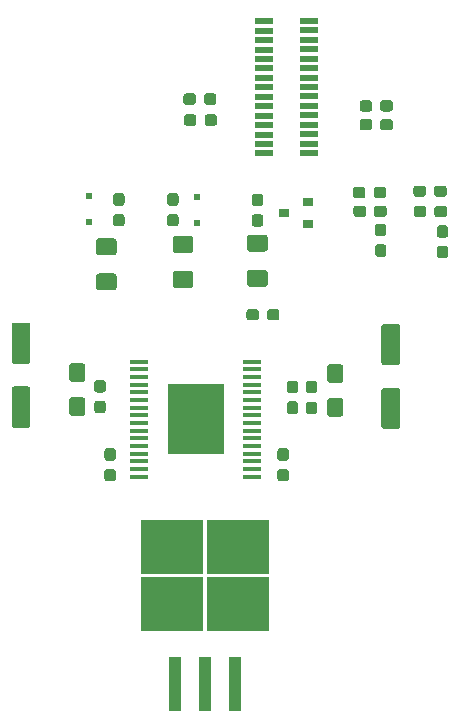
<source format=gbr>
G04 #@! TF.GenerationSoftware,KiCad,Pcbnew,(5.1.2)-2*
G04 #@! TF.CreationDate,2020-03-09T10:31:12+01:00*
G04 #@! TF.ProjectId,ETBC_2020,45544243-5f32-4303-9230-2e6b69636164,rev?*
G04 #@! TF.SameCoordinates,Original*
G04 #@! TF.FileFunction,Paste,Top*
G04 #@! TF.FilePolarity,Positive*
%FSLAX46Y46*%
G04 Gerber Fmt 4.6, Leading zero omitted, Abs format (unit mm)*
G04 Created by KiCad (PCBNEW (5.1.2)-2) date 2020-03-09 10:31:12*
%MOMM*%
%LPD*%
G04 APERTURE LIST*
%ADD10C,0.100000*%
%ADD11C,0.950000*%
%ADD12R,5.250000X4.550000*%
%ADD13R,1.100000X4.600000*%
%ADD14C,1.350000*%
%ADD15C,1.600000*%
%ADD16C,1.425000*%
%ADD17R,0.900000X0.800000*%
%ADD18R,0.500000X0.500000*%
%ADD19R,1.650000X0.450000*%
%ADD20R,4.800000X5.900000*%
%ADD21R,1.500000X0.550000*%
G04 APERTURE END LIST*
D10*
G36*
X101035779Y-39416844D02*
G01*
X101058834Y-39420263D01*
X101081443Y-39425927D01*
X101103387Y-39433779D01*
X101124457Y-39443744D01*
X101144448Y-39455726D01*
X101163168Y-39469610D01*
X101180438Y-39485262D01*
X101196090Y-39502532D01*
X101209974Y-39521252D01*
X101221956Y-39541243D01*
X101231921Y-39562313D01*
X101239773Y-39584257D01*
X101245437Y-39606866D01*
X101248856Y-39629921D01*
X101250000Y-39653200D01*
X101250000Y-40128200D01*
X101248856Y-40151479D01*
X101245437Y-40174534D01*
X101239773Y-40197143D01*
X101231921Y-40219087D01*
X101221956Y-40240157D01*
X101209974Y-40260148D01*
X101196090Y-40278868D01*
X101180438Y-40296138D01*
X101163168Y-40311790D01*
X101144448Y-40325674D01*
X101124457Y-40337656D01*
X101103387Y-40347621D01*
X101081443Y-40355473D01*
X101058834Y-40361137D01*
X101035779Y-40364556D01*
X101012500Y-40365700D01*
X100437500Y-40365700D01*
X100414221Y-40364556D01*
X100391166Y-40361137D01*
X100368557Y-40355473D01*
X100346613Y-40347621D01*
X100325543Y-40337656D01*
X100305552Y-40325674D01*
X100286832Y-40311790D01*
X100269562Y-40296138D01*
X100253910Y-40278868D01*
X100240026Y-40260148D01*
X100228044Y-40240157D01*
X100218079Y-40219087D01*
X100210227Y-40197143D01*
X100204563Y-40174534D01*
X100201144Y-40151479D01*
X100200000Y-40128200D01*
X100200000Y-39653200D01*
X100201144Y-39629921D01*
X100204563Y-39606866D01*
X100210227Y-39584257D01*
X100218079Y-39562313D01*
X100228044Y-39541243D01*
X100240026Y-39521252D01*
X100253910Y-39502532D01*
X100269562Y-39485262D01*
X100286832Y-39469610D01*
X100305552Y-39455726D01*
X100325543Y-39443744D01*
X100346613Y-39433779D01*
X100368557Y-39425927D01*
X100391166Y-39420263D01*
X100414221Y-39416844D01*
X100437500Y-39415700D01*
X101012500Y-39415700D01*
X101035779Y-39416844D01*
X101035779Y-39416844D01*
G37*
D11*
X100725000Y-39890700D03*
D10*
G36*
X102785779Y-39416844D02*
G01*
X102808834Y-39420263D01*
X102831443Y-39425927D01*
X102853387Y-39433779D01*
X102874457Y-39443744D01*
X102894448Y-39455726D01*
X102913168Y-39469610D01*
X102930438Y-39485262D01*
X102946090Y-39502532D01*
X102959974Y-39521252D01*
X102971956Y-39541243D01*
X102981921Y-39562313D01*
X102989773Y-39584257D01*
X102995437Y-39606866D01*
X102998856Y-39629921D01*
X103000000Y-39653200D01*
X103000000Y-40128200D01*
X102998856Y-40151479D01*
X102995437Y-40174534D01*
X102989773Y-40197143D01*
X102981921Y-40219087D01*
X102971956Y-40240157D01*
X102959974Y-40260148D01*
X102946090Y-40278868D01*
X102930438Y-40296138D01*
X102913168Y-40311790D01*
X102894448Y-40325674D01*
X102874457Y-40337656D01*
X102853387Y-40347621D01*
X102831443Y-40355473D01*
X102808834Y-40361137D01*
X102785779Y-40364556D01*
X102762500Y-40365700D01*
X102187500Y-40365700D01*
X102164221Y-40364556D01*
X102141166Y-40361137D01*
X102118557Y-40355473D01*
X102096613Y-40347621D01*
X102075543Y-40337656D01*
X102055552Y-40325674D01*
X102036832Y-40311790D01*
X102019562Y-40296138D01*
X102003910Y-40278868D01*
X101990026Y-40260148D01*
X101978044Y-40240157D01*
X101968079Y-40219087D01*
X101960227Y-40197143D01*
X101954563Y-40174534D01*
X101951144Y-40151479D01*
X101950000Y-40128200D01*
X101950000Y-39653200D01*
X101951144Y-39629921D01*
X101954563Y-39606866D01*
X101960227Y-39584257D01*
X101968079Y-39562313D01*
X101978044Y-39541243D01*
X101990026Y-39521252D01*
X102003910Y-39502532D01*
X102019562Y-39485262D01*
X102036832Y-39469610D01*
X102055552Y-39455726D01*
X102075543Y-39443744D01*
X102096613Y-39433779D01*
X102118557Y-39425927D01*
X102141166Y-39420263D01*
X102164221Y-39416844D01*
X102187500Y-39415700D01*
X102762500Y-39415700D01*
X102785779Y-39416844D01*
X102785779Y-39416844D01*
G37*
D11*
X102475000Y-39890700D03*
D10*
G36*
X101086579Y-41194844D02*
G01*
X101109634Y-41198263D01*
X101132243Y-41203927D01*
X101154187Y-41211779D01*
X101175257Y-41221744D01*
X101195248Y-41233726D01*
X101213968Y-41247610D01*
X101231238Y-41263262D01*
X101246890Y-41280532D01*
X101260774Y-41299252D01*
X101272756Y-41319243D01*
X101282721Y-41340313D01*
X101290573Y-41362257D01*
X101296237Y-41384866D01*
X101299656Y-41407921D01*
X101300800Y-41431200D01*
X101300800Y-41906200D01*
X101299656Y-41929479D01*
X101296237Y-41952534D01*
X101290573Y-41975143D01*
X101282721Y-41997087D01*
X101272756Y-42018157D01*
X101260774Y-42038148D01*
X101246890Y-42056868D01*
X101231238Y-42074138D01*
X101213968Y-42089790D01*
X101195248Y-42103674D01*
X101175257Y-42115656D01*
X101154187Y-42125621D01*
X101132243Y-42133473D01*
X101109634Y-42139137D01*
X101086579Y-42142556D01*
X101063300Y-42143700D01*
X100488300Y-42143700D01*
X100465021Y-42142556D01*
X100441966Y-42139137D01*
X100419357Y-42133473D01*
X100397413Y-42125621D01*
X100376343Y-42115656D01*
X100356352Y-42103674D01*
X100337632Y-42089790D01*
X100320362Y-42074138D01*
X100304710Y-42056868D01*
X100290826Y-42038148D01*
X100278844Y-42018157D01*
X100268879Y-41997087D01*
X100261027Y-41975143D01*
X100255363Y-41952534D01*
X100251944Y-41929479D01*
X100250800Y-41906200D01*
X100250800Y-41431200D01*
X100251944Y-41407921D01*
X100255363Y-41384866D01*
X100261027Y-41362257D01*
X100268879Y-41340313D01*
X100278844Y-41319243D01*
X100290826Y-41299252D01*
X100304710Y-41280532D01*
X100320362Y-41263262D01*
X100337632Y-41247610D01*
X100356352Y-41233726D01*
X100376343Y-41221744D01*
X100397413Y-41211779D01*
X100419357Y-41203927D01*
X100441966Y-41198263D01*
X100465021Y-41194844D01*
X100488300Y-41193700D01*
X101063300Y-41193700D01*
X101086579Y-41194844D01*
X101086579Y-41194844D01*
G37*
D11*
X100775800Y-41668700D03*
D10*
G36*
X102836579Y-41194844D02*
G01*
X102859634Y-41198263D01*
X102882243Y-41203927D01*
X102904187Y-41211779D01*
X102925257Y-41221744D01*
X102945248Y-41233726D01*
X102963968Y-41247610D01*
X102981238Y-41263262D01*
X102996890Y-41280532D01*
X103010774Y-41299252D01*
X103022756Y-41319243D01*
X103032721Y-41340313D01*
X103040573Y-41362257D01*
X103046237Y-41384866D01*
X103049656Y-41407921D01*
X103050800Y-41431200D01*
X103050800Y-41906200D01*
X103049656Y-41929479D01*
X103046237Y-41952534D01*
X103040573Y-41975143D01*
X103032721Y-41997087D01*
X103022756Y-42018157D01*
X103010774Y-42038148D01*
X102996890Y-42056868D01*
X102981238Y-42074138D01*
X102963968Y-42089790D01*
X102945248Y-42103674D01*
X102925257Y-42115656D01*
X102904187Y-42125621D01*
X102882243Y-42133473D01*
X102859634Y-42139137D01*
X102836579Y-42142556D01*
X102813300Y-42143700D01*
X102238300Y-42143700D01*
X102215021Y-42142556D01*
X102191966Y-42139137D01*
X102169357Y-42133473D01*
X102147413Y-42125621D01*
X102126343Y-42115656D01*
X102106352Y-42103674D01*
X102087632Y-42089790D01*
X102070362Y-42074138D01*
X102054710Y-42056868D01*
X102040826Y-42038148D01*
X102028844Y-42018157D01*
X102018879Y-41997087D01*
X102011027Y-41975143D01*
X102005363Y-41952534D01*
X102001944Y-41929479D01*
X102000800Y-41906200D01*
X102000800Y-41431200D01*
X102001944Y-41407921D01*
X102005363Y-41384866D01*
X102011027Y-41362257D01*
X102018879Y-41340313D01*
X102028844Y-41319243D01*
X102040826Y-41299252D01*
X102054710Y-41280532D01*
X102070362Y-41263262D01*
X102087632Y-41247610D01*
X102106352Y-41233726D01*
X102126343Y-41221744D01*
X102147413Y-41211779D01*
X102169357Y-41203927D01*
X102191966Y-41198263D01*
X102215021Y-41194844D01*
X102238300Y-41193700D01*
X102813300Y-41193700D01*
X102836579Y-41194844D01*
X102836579Y-41194844D01*
G37*
D11*
X102525800Y-41668700D03*
D12*
X104813100Y-82651600D03*
X99263100Y-77801600D03*
X99263100Y-82651600D03*
X104813100Y-77801600D03*
D13*
X104578100Y-89376600D03*
X102038100Y-89376600D03*
X99498100Y-89376600D03*
D10*
G36*
X91660905Y-62264404D02*
G01*
X91685173Y-62268004D01*
X91708972Y-62273965D01*
X91732071Y-62282230D01*
X91754250Y-62292720D01*
X91775293Y-62305332D01*
X91794999Y-62319947D01*
X91813177Y-62336423D01*
X91829653Y-62354601D01*
X91844268Y-62374307D01*
X91856880Y-62395350D01*
X91867370Y-62417529D01*
X91875635Y-62440628D01*
X91881596Y-62464427D01*
X91885196Y-62488695D01*
X91886400Y-62513199D01*
X91886400Y-63588201D01*
X91885196Y-63612705D01*
X91881596Y-63636973D01*
X91875635Y-63660772D01*
X91867370Y-63683871D01*
X91856880Y-63706050D01*
X91844268Y-63727093D01*
X91829653Y-63746799D01*
X91813177Y-63764977D01*
X91794999Y-63781453D01*
X91775293Y-63796068D01*
X91754250Y-63808680D01*
X91732071Y-63819170D01*
X91708972Y-63827435D01*
X91685173Y-63833396D01*
X91660905Y-63836996D01*
X91636401Y-63838200D01*
X90786399Y-63838200D01*
X90761895Y-63836996D01*
X90737627Y-63833396D01*
X90713828Y-63827435D01*
X90690729Y-63819170D01*
X90668550Y-63808680D01*
X90647507Y-63796068D01*
X90627801Y-63781453D01*
X90609623Y-63764977D01*
X90593147Y-63746799D01*
X90578532Y-63727093D01*
X90565920Y-63706050D01*
X90555430Y-63683871D01*
X90547165Y-63660772D01*
X90541204Y-63636973D01*
X90537604Y-63612705D01*
X90536400Y-63588201D01*
X90536400Y-62513199D01*
X90537604Y-62488695D01*
X90541204Y-62464427D01*
X90547165Y-62440628D01*
X90555430Y-62417529D01*
X90565920Y-62395350D01*
X90578532Y-62374307D01*
X90593147Y-62354601D01*
X90609623Y-62336423D01*
X90627801Y-62319947D01*
X90647507Y-62305332D01*
X90668550Y-62292720D01*
X90690729Y-62282230D01*
X90713828Y-62273965D01*
X90737627Y-62268004D01*
X90761895Y-62264404D01*
X90786399Y-62263200D01*
X91636401Y-62263200D01*
X91660905Y-62264404D01*
X91660905Y-62264404D01*
G37*
D14*
X91211400Y-63050700D03*
D10*
G36*
X91660905Y-65139404D02*
G01*
X91685173Y-65143004D01*
X91708972Y-65148965D01*
X91732071Y-65157230D01*
X91754250Y-65167720D01*
X91775293Y-65180332D01*
X91794999Y-65194947D01*
X91813177Y-65211423D01*
X91829653Y-65229601D01*
X91844268Y-65249307D01*
X91856880Y-65270350D01*
X91867370Y-65292529D01*
X91875635Y-65315628D01*
X91881596Y-65339427D01*
X91885196Y-65363695D01*
X91886400Y-65388199D01*
X91886400Y-66463201D01*
X91885196Y-66487705D01*
X91881596Y-66511973D01*
X91875635Y-66535772D01*
X91867370Y-66558871D01*
X91856880Y-66581050D01*
X91844268Y-66602093D01*
X91829653Y-66621799D01*
X91813177Y-66639977D01*
X91794999Y-66656453D01*
X91775293Y-66671068D01*
X91754250Y-66683680D01*
X91732071Y-66694170D01*
X91708972Y-66702435D01*
X91685173Y-66708396D01*
X91660905Y-66711996D01*
X91636401Y-66713200D01*
X90786399Y-66713200D01*
X90761895Y-66711996D01*
X90737627Y-66708396D01*
X90713828Y-66702435D01*
X90690729Y-66694170D01*
X90668550Y-66683680D01*
X90647507Y-66671068D01*
X90627801Y-66656453D01*
X90609623Y-66639977D01*
X90593147Y-66621799D01*
X90578532Y-66602093D01*
X90565920Y-66581050D01*
X90555430Y-66558871D01*
X90547165Y-66535772D01*
X90541204Y-66511973D01*
X90537604Y-66487705D01*
X90536400Y-66463201D01*
X90536400Y-65388199D01*
X90537604Y-65363695D01*
X90541204Y-65339427D01*
X90547165Y-65315628D01*
X90555430Y-65292529D01*
X90565920Y-65270350D01*
X90578532Y-65249307D01*
X90593147Y-65229601D01*
X90609623Y-65211423D01*
X90627801Y-65194947D01*
X90647507Y-65180332D01*
X90668550Y-65167720D01*
X90690729Y-65157230D01*
X90713828Y-65148965D01*
X90737627Y-65143004D01*
X90761895Y-65139404D01*
X90786399Y-65138200D01*
X91636401Y-65138200D01*
X91660905Y-65139404D01*
X91660905Y-65139404D01*
G37*
D14*
X91211400Y-65925700D03*
D10*
G36*
X113492205Y-62340604D02*
G01*
X113516473Y-62344204D01*
X113540272Y-62350165D01*
X113563371Y-62358430D01*
X113585550Y-62368920D01*
X113606593Y-62381532D01*
X113626299Y-62396147D01*
X113644477Y-62412623D01*
X113660953Y-62430801D01*
X113675568Y-62450507D01*
X113688180Y-62471550D01*
X113698670Y-62493729D01*
X113706935Y-62516828D01*
X113712896Y-62540627D01*
X113716496Y-62564895D01*
X113717700Y-62589399D01*
X113717700Y-63664401D01*
X113716496Y-63688905D01*
X113712896Y-63713173D01*
X113706935Y-63736972D01*
X113698670Y-63760071D01*
X113688180Y-63782250D01*
X113675568Y-63803293D01*
X113660953Y-63822999D01*
X113644477Y-63841177D01*
X113626299Y-63857653D01*
X113606593Y-63872268D01*
X113585550Y-63884880D01*
X113563371Y-63895370D01*
X113540272Y-63903635D01*
X113516473Y-63909596D01*
X113492205Y-63913196D01*
X113467701Y-63914400D01*
X112617699Y-63914400D01*
X112593195Y-63913196D01*
X112568927Y-63909596D01*
X112545128Y-63903635D01*
X112522029Y-63895370D01*
X112499850Y-63884880D01*
X112478807Y-63872268D01*
X112459101Y-63857653D01*
X112440923Y-63841177D01*
X112424447Y-63822999D01*
X112409832Y-63803293D01*
X112397220Y-63782250D01*
X112386730Y-63760071D01*
X112378465Y-63736972D01*
X112372504Y-63713173D01*
X112368904Y-63688905D01*
X112367700Y-63664401D01*
X112367700Y-62589399D01*
X112368904Y-62564895D01*
X112372504Y-62540627D01*
X112378465Y-62516828D01*
X112386730Y-62493729D01*
X112397220Y-62471550D01*
X112409832Y-62450507D01*
X112424447Y-62430801D01*
X112440923Y-62412623D01*
X112459101Y-62396147D01*
X112478807Y-62381532D01*
X112499850Y-62368920D01*
X112522029Y-62358430D01*
X112545128Y-62350165D01*
X112568927Y-62344204D01*
X112593195Y-62340604D01*
X112617699Y-62339400D01*
X113467701Y-62339400D01*
X113492205Y-62340604D01*
X113492205Y-62340604D01*
G37*
D14*
X113042700Y-63126900D03*
D10*
G36*
X113492205Y-65215604D02*
G01*
X113516473Y-65219204D01*
X113540272Y-65225165D01*
X113563371Y-65233430D01*
X113585550Y-65243920D01*
X113606593Y-65256532D01*
X113626299Y-65271147D01*
X113644477Y-65287623D01*
X113660953Y-65305801D01*
X113675568Y-65325507D01*
X113688180Y-65346550D01*
X113698670Y-65368729D01*
X113706935Y-65391828D01*
X113712896Y-65415627D01*
X113716496Y-65439895D01*
X113717700Y-65464399D01*
X113717700Y-66539401D01*
X113716496Y-66563905D01*
X113712896Y-66588173D01*
X113706935Y-66611972D01*
X113698670Y-66635071D01*
X113688180Y-66657250D01*
X113675568Y-66678293D01*
X113660953Y-66697999D01*
X113644477Y-66716177D01*
X113626299Y-66732653D01*
X113606593Y-66747268D01*
X113585550Y-66759880D01*
X113563371Y-66770370D01*
X113540272Y-66778635D01*
X113516473Y-66784596D01*
X113492205Y-66788196D01*
X113467701Y-66789400D01*
X112617699Y-66789400D01*
X112593195Y-66788196D01*
X112568927Y-66784596D01*
X112545128Y-66778635D01*
X112522029Y-66770370D01*
X112499850Y-66759880D01*
X112478807Y-66747268D01*
X112459101Y-66732653D01*
X112440923Y-66716177D01*
X112424447Y-66697999D01*
X112409832Y-66678293D01*
X112397220Y-66657250D01*
X112386730Y-66635071D01*
X112378465Y-66611972D01*
X112372504Y-66588173D01*
X112368904Y-66563905D01*
X112367700Y-66539401D01*
X112367700Y-65464399D01*
X112368904Y-65439895D01*
X112372504Y-65415627D01*
X112378465Y-65391828D01*
X112386730Y-65368729D01*
X112397220Y-65346550D01*
X112409832Y-65325507D01*
X112424447Y-65305801D01*
X112440923Y-65287623D01*
X112459101Y-65271147D01*
X112478807Y-65256532D01*
X112499850Y-65243920D01*
X112522029Y-65233430D01*
X112545128Y-65225165D01*
X112568927Y-65219204D01*
X112593195Y-65215604D01*
X112617699Y-65214400D01*
X113467701Y-65214400D01*
X113492205Y-65215604D01*
X113492205Y-65215604D01*
G37*
D14*
X113042700Y-66001900D03*
D10*
G36*
X87023404Y-58815004D02*
G01*
X87047673Y-58818604D01*
X87071471Y-58824565D01*
X87094571Y-58832830D01*
X87116749Y-58843320D01*
X87137793Y-58855933D01*
X87157498Y-58870547D01*
X87175677Y-58887023D01*
X87192153Y-58905202D01*
X87206767Y-58924907D01*
X87219380Y-58945951D01*
X87229870Y-58968129D01*
X87238135Y-58991229D01*
X87244096Y-59015027D01*
X87247696Y-59039296D01*
X87248900Y-59063800D01*
X87248900Y-62063800D01*
X87247696Y-62088304D01*
X87244096Y-62112573D01*
X87238135Y-62136371D01*
X87229870Y-62159471D01*
X87219380Y-62181649D01*
X87206767Y-62202693D01*
X87192153Y-62222398D01*
X87175677Y-62240577D01*
X87157498Y-62257053D01*
X87137793Y-62271667D01*
X87116749Y-62284280D01*
X87094571Y-62294770D01*
X87071471Y-62303035D01*
X87047673Y-62308996D01*
X87023404Y-62312596D01*
X86998900Y-62313800D01*
X85898900Y-62313800D01*
X85874396Y-62312596D01*
X85850127Y-62308996D01*
X85826329Y-62303035D01*
X85803229Y-62294770D01*
X85781051Y-62284280D01*
X85760007Y-62271667D01*
X85740302Y-62257053D01*
X85722123Y-62240577D01*
X85705647Y-62222398D01*
X85691033Y-62202693D01*
X85678420Y-62181649D01*
X85667930Y-62159471D01*
X85659665Y-62136371D01*
X85653704Y-62112573D01*
X85650104Y-62088304D01*
X85648900Y-62063800D01*
X85648900Y-59063800D01*
X85650104Y-59039296D01*
X85653704Y-59015027D01*
X85659665Y-58991229D01*
X85667930Y-58968129D01*
X85678420Y-58945951D01*
X85691033Y-58924907D01*
X85705647Y-58905202D01*
X85722123Y-58887023D01*
X85740302Y-58870547D01*
X85760007Y-58855933D01*
X85781051Y-58843320D01*
X85803229Y-58832830D01*
X85826329Y-58824565D01*
X85850127Y-58818604D01*
X85874396Y-58815004D01*
X85898900Y-58813800D01*
X86998900Y-58813800D01*
X87023404Y-58815004D01*
X87023404Y-58815004D01*
G37*
D15*
X86448900Y-60563800D03*
D10*
G36*
X87023404Y-64215004D02*
G01*
X87047673Y-64218604D01*
X87071471Y-64224565D01*
X87094571Y-64232830D01*
X87116749Y-64243320D01*
X87137793Y-64255933D01*
X87157498Y-64270547D01*
X87175677Y-64287023D01*
X87192153Y-64305202D01*
X87206767Y-64324907D01*
X87219380Y-64345951D01*
X87229870Y-64368129D01*
X87238135Y-64391229D01*
X87244096Y-64415027D01*
X87247696Y-64439296D01*
X87248900Y-64463800D01*
X87248900Y-67463800D01*
X87247696Y-67488304D01*
X87244096Y-67512573D01*
X87238135Y-67536371D01*
X87229870Y-67559471D01*
X87219380Y-67581649D01*
X87206767Y-67602693D01*
X87192153Y-67622398D01*
X87175677Y-67640577D01*
X87157498Y-67657053D01*
X87137793Y-67671667D01*
X87116749Y-67684280D01*
X87094571Y-67694770D01*
X87071471Y-67703035D01*
X87047673Y-67708996D01*
X87023404Y-67712596D01*
X86998900Y-67713800D01*
X85898900Y-67713800D01*
X85874396Y-67712596D01*
X85850127Y-67708996D01*
X85826329Y-67703035D01*
X85803229Y-67694770D01*
X85781051Y-67684280D01*
X85760007Y-67671667D01*
X85740302Y-67657053D01*
X85722123Y-67640577D01*
X85705647Y-67622398D01*
X85691033Y-67602693D01*
X85678420Y-67581649D01*
X85667930Y-67559471D01*
X85659665Y-67536371D01*
X85653704Y-67512573D01*
X85650104Y-67488304D01*
X85648900Y-67463800D01*
X85648900Y-64463800D01*
X85650104Y-64439296D01*
X85653704Y-64415027D01*
X85659665Y-64391229D01*
X85667930Y-64368129D01*
X85678420Y-64345951D01*
X85691033Y-64324907D01*
X85705647Y-64305202D01*
X85722123Y-64287023D01*
X85740302Y-64270547D01*
X85760007Y-64255933D01*
X85781051Y-64243320D01*
X85803229Y-64232830D01*
X85826329Y-64224565D01*
X85850127Y-64218604D01*
X85874396Y-64215004D01*
X85898900Y-64213800D01*
X86998900Y-64213800D01*
X87023404Y-64215004D01*
X87023404Y-64215004D01*
G37*
D15*
X86448900Y-65963800D03*
D10*
G36*
X118341604Y-58936904D02*
G01*
X118365873Y-58940504D01*
X118389671Y-58946465D01*
X118412771Y-58954730D01*
X118434949Y-58965220D01*
X118455993Y-58977833D01*
X118475698Y-58992447D01*
X118493877Y-59008923D01*
X118510353Y-59027102D01*
X118524967Y-59046807D01*
X118537580Y-59067851D01*
X118548070Y-59090029D01*
X118556335Y-59113129D01*
X118562296Y-59136927D01*
X118565896Y-59161196D01*
X118567100Y-59185700D01*
X118567100Y-62185700D01*
X118565896Y-62210204D01*
X118562296Y-62234473D01*
X118556335Y-62258271D01*
X118548070Y-62281371D01*
X118537580Y-62303549D01*
X118524967Y-62324593D01*
X118510353Y-62344298D01*
X118493877Y-62362477D01*
X118475698Y-62378953D01*
X118455993Y-62393567D01*
X118434949Y-62406180D01*
X118412771Y-62416670D01*
X118389671Y-62424935D01*
X118365873Y-62430896D01*
X118341604Y-62434496D01*
X118317100Y-62435700D01*
X117217100Y-62435700D01*
X117192596Y-62434496D01*
X117168327Y-62430896D01*
X117144529Y-62424935D01*
X117121429Y-62416670D01*
X117099251Y-62406180D01*
X117078207Y-62393567D01*
X117058502Y-62378953D01*
X117040323Y-62362477D01*
X117023847Y-62344298D01*
X117009233Y-62324593D01*
X116996620Y-62303549D01*
X116986130Y-62281371D01*
X116977865Y-62258271D01*
X116971904Y-62234473D01*
X116968304Y-62210204D01*
X116967100Y-62185700D01*
X116967100Y-59185700D01*
X116968304Y-59161196D01*
X116971904Y-59136927D01*
X116977865Y-59113129D01*
X116986130Y-59090029D01*
X116996620Y-59067851D01*
X117009233Y-59046807D01*
X117023847Y-59027102D01*
X117040323Y-59008923D01*
X117058502Y-58992447D01*
X117078207Y-58977833D01*
X117099251Y-58965220D01*
X117121429Y-58954730D01*
X117144529Y-58946465D01*
X117168327Y-58940504D01*
X117192596Y-58936904D01*
X117217100Y-58935700D01*
X118317100Y-58935700D01*
X118341604Y-58936904D01*
X118341604Y-58936904D01*
G37*
D15*
X117767100Y-60685700D03*
D10*
G36*
X118341604Y-64336904D02*
G01*
X118365873Y-64340504D01*
X118389671Y-64346465D01*
X118412771Y-64354730D01*
X118434949Y-64365220D01*
X118455993Y-64377833D01*
X118475698Y-64392447D01*
X118493877Y-64408923D01*
X118510353Y-64427102D01*
X118524967Y-64446807D01*
X118537580Y-64467851D01*
X118548070Y-64490029D01*
X118556335Y-64513129D01*
X118562296Y-64536927D01*
X118565896Y-64561196D01*
X118567100Y-64585700D01*
X118567100Y-67585700D01*
X118565896Y-67610204D01*
X118562296Y-67634473D01*
X118556335Y-67658271D01*
X118548070Y-67681371D01*
X118537580Y-67703549D01*
X118524967Y-67724593D01*
X118510353Y-67744298D01*
X118493877Y-67762477D01*
X118475698Y-67778953D01*
X118455993Y-67793567D01*
X118434949Y-67806180D01*
X118412771Y-67816670D01*
X118389671Y-67824935D01*
X118365873Y-67830896D01*
X118341604Y-67834496D01*
X118317100Y-67835700D01*
X117217100Y-67835700D01*
X117192596Y-67834496D01*
X117168327Y-67830896D01*
X117144529Y-67824935D01*
X117121429Y-67816670D01*
X117099251Y-67806180D01*
X117078207Y-67793567D01*
X117058502Y-67778953D01*
X117040323Y-67762477D01*
X117023847Y-67744298D01*
X117009233Y-67724593D01*
X116996620Y-67703549D01*
X116986130Y-67681371D01*
X116977865Y-67658271D01*
X116971904Y-67634473D01*
X116968304Y-67610204D01*
X116967100Y-67585700D01*
X116967100Y-64585700D01*
X116968304Y-64561196D01*
X116971904Y-64536927D01*
X116977865Y-64513129D01*
X116986130Y-64490029D01*
X116996620Y-64467851D01*
X117009233Y-64446807D01*
X117023847Y-64427102D01*
X117040323Y-64408923D01*
X117058502Y-64392447D01*
X117078207Y-64377833D01*
X117099251Y-64365220D01*
X117121429Y-64354730D01*
X117144529Y-64346465D01*
X117168327Y-64340504D01*
X117192596Y-64336904D01*
X117217100Y-64335700D01*
X118317100Y-64335700D01*
X118341604Y-64336904D01*
X118341604Y-64336904D01*
G37*
D15*
X117767100Y-66085700D03*
D10*
G36*
X107113604Y-51380904D02*
G01*
X107137873Y-51384504D01*
X107161671Y-51390465D01*
X107184771Y-51398730D01*
X107206949Y-51409220D01*
X107227993Y-51421833D01*
X107247698Y-51436447D01*
X107265877Y-51452923D01*
X107282353Y-51471102D01*
X107296967Y-51490807D01*
X107309580Y-51511851D01*
X107320070Y-51534029D01*
X107328335Y-51557129D01*
X107334296Y-51580927D01*
X107337896Y-51605196D01*
X107339100Y-51629700D01*
X107339100Y-52554700D01*
X107337896Y-52579204D01*
X107334296Y-52603473D01*
X107328335Y-52627271D01*
X107320070Y-52650371D01*
X107309580Y-52672549D01*
X107296967Y-52693593D01*
X107282353Y-52713298D01*
X107265877Y-52731477D01*
X107247698Y-52747953D01*
X107227993Y-52762567D01*
X107206949Y-52775180D01*
X107184771Y-52785670D01*
X107161671Y-52793935D01*
X107137873Y-52799896D01*
X107113604Y-52803496D01*
X107089100Y-52804700D01*
X105839100Y-52804700D01*
X105814596Y-52803496D01*
X105790327Y-52799896D01*
X105766529Y-52793935D01*
X105743429Y-52785670D01*
X105721251Y-52775180D01*
X105700207Y-52762567D01*
X105680502Y-52747953D01*
X105662323Y-52731477D01*
X105645847Y-52713298D01*
X105631233Y-52693593D01*
X105618620Y-52672549D01*
X105608130Y-52650371D01*
X105599865Y-52627271D01*
X105593904Y-52603473D01*
X105590304Y-52579204D01*
X105589100Y-52554700D01*
X105589100Y-51629700D01*
X105590304Y-51605196D01*
X105593904Y-51580927D01*
X105599865Y-51557129D01*
X105608130Y-51534029D01*
X105618620Y-51511851D01*
X105631233Y-51490807D01*
X105645847Y-51471102D01*
X105662323Y-51452923D01*
X105680502Y-51436447D01*
X105700207Y-51421833D01*
X105721251Y-51409220D01*
X105743429Y-51398730D01*
X105766529Y-51390465D01*
X105790327Y-51384504D01*
X105814596Y-51380904D01*
X105839100Y-51379700D01*
X107089100Y-51379700D01*
X107113604Y-51380904D01*
X107113604Y-51380904D01*
G37*
D16*
X106464100Y-52092200D03*
D10*
G36*
X107113604Y-54355904D02*
G01*
X107137873Y-54359504D01*
X107161671Y-54365465D01*
X107184771Y-54373730D01*
X107206949Y-54384220D01*
X107227993Y-54396833D01*
X107247698Y-54411447D01*
X107265877Y-54427923D01*
X107282353Y-54446102D01*
X107296967Y-54465807D01*
X107309580Y-54486851D01*
X107320070Y-54509029D01*
X107328335Y-54532129D01*
X107334296Y-54555927D01*
X107337896Y-54580196D01*
X107339100Y-54604700D01*
X107339100Y-55529700D01*
X107337896Y-55554204D01*
X107334296Y-55578473D01*
X107328335Y-55602271D01*
X107320070Y-55625371D01*
X107309580Y-55647549D01*
X107296967Y-55668593D01*
X107282353Y-55688298D01*
X107265877Y-55706477D01*
X107247698Y-55722953D01*
X107227993Y-55737567D01*
X107206949Y-55750180D01*
X107184771Y-55760670D01*
X107161671Y-55768935D01*
X107137873Y-55774896D01*
X107113604Y-55778496D01*
X107089100Y-55779700D01*
X105839100Y-55779700D01*
X105814596Y-55778496D01*
X105790327Y-55774896D01*
X105766529Y-55768935D01*
X105743429Y-55760670D01*
X105721251Y-55750180D01*
X105700207Y-55737567D01*
X105680502Y-55722953D01*
X105662323Y-55706477D01*
X105645847Y-55688298D01*
X105631233Y-55668593D01*
X105618620Y-55647549D01*
X105608130Y-55625371D01*
X105599865Y-55602271D01*
X105593904Y-55578473D01*
X105590304Y-55554204D01*
X105589100Y-55529700D01*
X105589100Y-54604700D01*
X105590304Y-54580196D01*
X105593904Y-54555927D01*
X105599865Y-54532129D01*
X105608130Y-54509029D01*
X105618620Y-54486851D01*
X105631233Y-54465807D01*
X105645847Y-54446102D01*
X105662323Y-54427923D01*
X105680502Y-54411447D01*
X105700207Y-54396833D01*
X105721251Y-54384220D01*
X105743429Y-54373730D01*
X105766529Y-54365465D01*
X105790327Y-54359504D01*
X105814596Y-54355904D01*
X105839100Y-54354700D01*
X107089100Y-54354700D01*
X107113604Y-54355904D01*
X107113604Y-54355904D01*
G37*
D16*
X106464100Y-55067200D03*
D10*
G36*
X100801704Y-54460704D02*
G01*
X100825973Y-54464304D01*
X100849771Y-54470265D01*
X100872871Y-54478530D01*
X100895049Y-54489020D01*
X100916093Y-54501633D01*
X100935798Y-54516247D01*
X100953977Y-54532723D01*
X100970453Y-54550902D01*
X100985067Y-54570607D01*
X100997680Y-54591651D01*
X101008170Y-54613829D01*
X101016435Y-54636929D01*
X101022396Y-54660727D01*
X101025996Y-54684996D01*
X101027200Y-54709500D01*
X101027200Y-55634500D01*
X101025996Y-55659004D01*
X101022396Y-55683273D01*
X101016435Y-55707071D01*
X101008170Y-55730171D01*
X100997680Y-55752349D01*
X100985067Y-55773393D01*
X100970453Y-55793098D01*
X100953977Y-55811277D01*
X100935798Y-55827753D01*
X100916093Y-55842367D01*
X100895049Y-55854980D01*
X100872871Y-55865470D01*
X100849771Y-55873735D01*
X100825973Y-55879696D01*
X100801704Y-55883296D01*
X100777200Y-55884500D01*
X99527200Y-55884500D01*
X99502696Y-55883296D01*
X99478427Y-55879696D01*
X99454629Y-55873735D01*
X99431529Y-55865470D01*
X99409351Y-55854980D01*
X99388307Y-55842367D01*
X99368602Y-55827753D01*
X99350423Y-55811277D01*
X99333947Y-55793098D01*
X99319333Y-55773393D01*
X99306720Y-55752349D01*
X99296230Y-55730171D01*
X99287965Y-55707071D01*
X99282004Y-55683273D01*
X99278404Y-55659004D01*
X99277200Y-55634500D01*
X99277200Y-54709500D01*
X99278404Y-54684996D01*
X99282004Y-54660727D01*
X99287965Y-54636929D01*
X99296230Y-54613829D01*
X99306720Y-54591651D01*
X99319333Y-54570607D01*
X99333947Y-54550902D01*
X99350423Y-54532723D01*
X99368602Y-54516247D01*
X99388307Y-54501633D01*
X99409351Y-54489020D01*
X99431529Y-54478530D01*
X99454629Y-54470265D01*
X99478427Y-54464304D01*
X99502696Y-54460704D01*
X99527200Y-54459500D01*
X100777200Y-54459500D01*
X100801704Y-54460704D01*
X100801704Y-54460704D01*
G37*
D16*
X100152200Y-55172000D03*
D10*
G36*
X100801704Y-51485704D02*
G01*
X100825973Y-51489304D01*
X100849771Y-51495265D01*
X100872871Y-51503530D01*
X100895049Y-51514020D01*
X100916093Y-51526633D01*
X100935798Y-51541247D01*
X100953977Y-51557723D01*
X100970453Y-51575902D01*
X100985067Y-51595607D01*
X100997680Y-51616651D01*
X101008170Y-51638829D01*
X101016435Y-51661929D01*
X101022396Y-51685727D01*
X101025996Y-51709996D01*
X101027200Y-51734500D01*
X101027200Y-52659500D01*
X101025996Y-52684004D01*
X101022396Y-52708273D01*
X101016435Y-52732071D01*
X101008170Y-52755171D01*
X100997680Y-52777349D01*
X100985067Y-52798393D01*
X100970453Y-52818098D01*
X100953977Y-52836277D01*
X100935798Y-52852753D01*
X100916093Y-52867367D01*
X100895049Y-52879980D01*
X100872871Y-52890470D01*
X100849771Y-52898735D01*
X100825973Y-52904696D01*
X100801704Y-52908296D01*
X100777200Y-52909500D01*
X99527200Y-52909500D01*
X99502696Y-52908296D01*
X99478427Y-52904696D01*
X99454629Y-52898735D01*
X99431529Y-52890470D01*
X99409351Y-52879980D01*
X99388307Y-52867367D01*
X99368602Y-52852753D01*
X99350423Y-52836277D01*
X99333947Y-52818098D01*
X99319333Y-52798393D01*
X99306720Y-52777349D01*
X99296230Y-52755171D01*
X99287965Y-52732071D01*
X99282004Y-52708273D01*
X99278404Y-52684004D01*
X99277200Y-52659500D01*
X99277200Y-51734500D01*
X99278404Y-51709996D01*
X99282004Y-51685727D01*
X99287965Y-51661929D01*
X99296230Y-51638829D01*
X99306720Y-51616651D01*
X99319333Y-51595607D01*
X99333947Y-51575902D01*
X99350423Y-51557723D01*
X99368602Y-51541247D01*
X99388307Y-51526633D01*
X99409351Y-51514020D01*
X99431529Y-51503530D01*
X99454629Y-51495265D01*
X99478427Y-51489304D01*
X99502696Y-51485704D01*
X99527200Y-51484500D01*
X100777200Y-51484500D01*
X100801704Y-51485704D01*
X100801704Y-51485704D01*
G37*
D16*
X100152200Y-52197000D03*
D10*
G36*
X94312004Y-54663904D02*
G01*
X94336273Y-54667504D01*
X94360071Y-54673465D01*
X94383171Y-54681730D01*
X94405349Y-54692220D01*
X94426393Y-54704833D01*
X94446098Y-54719447D01*
X94464277Y-54735923D01*
X94480753Y-54754102D01*
X94495367Y-54773807D01*
X94507980Y-54794851D01*
X94518470Y-54817029D01*
X94526735Y-54840129D01*
X94532696Y-54863927D01*
X94536296Y-54888196D01*
X94537500Y-54912700D01*
X94537500Y-55837700D01*
X94536296Y-55862204D01*
X94532696Y-55886473D01*
X94526735Y-55910271D01*
X94518470Y-55933371D01*
X94507980Y-55955549D01*
X94495367Y-55976593D01*
X94480753Y-55996298D01*
X94464277Y-56014477D01*
X94446098Y-56030953D01*
X94426393Y-56045567D01*
X94405349Y-56058180D01*
X94383171Y-56068670D01*
X94360071Y-56076935D01*
X94336273Y-56082896D01*
X94312004Y-56086496D01*
X94287500Y-56087700D01*
X93037500Y-56087700D01*
X93012996Y-56086496D01*
X92988727Y-56082896D01*
X92964929Y-56076935D01*
X92941829Y-56068670D01*
X92919651Y-56058180D01*
X92898607Y-56045567D01*
X92878902Y-56030953D01*
X92860723Y-56014477D01*
X92844247Y-55996298D01*
X92829633Y-55976593D01*
X92817020Y-55955549D01*
X92806530Y-55933371D01*
X92798265Y-55910271D01*
X92792304Y-55886473D01*
X92788704Y-55862204D01*
X92787500Y-55837700D01*
X92787500Y-54912700D01*
X92788704Y-54888196D01*
X92792304Y-54863927D01*
X92798265Y-54840129D01*
X92806530Y-54817029D01*
X92817020Y-54794851D01*
X92829633Y-54773807D01*
X92844247Y-54754102D01*
X92860723Y-54735923D01*
X92878902Y-54719447D01*
X92898607Y-54704833D01*
X92919651Y-54692220D01*
X92941829Y-54681730D01*
X92964929Y-54673465D01*
X92988727Y-54667504D01*
X93012996Y-54663904D01*
X93037500Y-54662700D01*
X94287500Y-54662700D01*
X94312004Y-54663904D01*
X94312004Y-54663904D01*
G37*
D16*
X93662500Y-55375200D03*
D10*
G36*
X94312004Y-51688904D02*
G01*
X94336273Y-51692504D01*
X94360071Y-51698465D01*
X94383171Y-51706730D01*
X94405349Y-51717220D01*
X94426393Y-51729833D01*
X94446098Y-51744447D01*
X94464277Y-51760923D01*
X94480753Y-51779102D01*
X94495367Y-51798807D01*
X94507980Y-51819851D01*
X94518470Y-51842029D01*
X94526735Y-51865129D01*
X94532696Y-51888927D01*
X94536296Y-51913196D01*
X94537500Y-51937700D01*
X94537500Y-52862700D01*
X94536296Y-52887204D01*
X94532696Y-52911473D01*
X94526735Y-52935271D01*
X94518470Y-52958371D01*
X94507980Y-52980549D01*
X94495367Y-53001593D01*
X94480753Y-53021298D01*
X94464277Y-53039477D01*
X94446098Y-53055953D01*
X94426393Y-53070567D01*
X94405349Y-53083180D01*
X94383171Y-53093670D01*
X94360071Y-53101935D01*
X94336273Y-53107896D01*
X94312004Y-53111496D01*
X94287500Y-53112700D01*
X93037500Y-53112700D01*
X93012996Y-53111496D01*
X92988727Y-53107896D01*
X92964929Y-53101935D01*
X92941829Y-53093670D01*
X92919651Y-53083180D01*
X92898607Y-53070567D01*
X92878902Y-53055953D01*
X92860723Y-53039477D01*
X92844247Y-53021298D01*
X92829633Y-53001593D01*
X92817020Y-52980549D01*
X92806530Y-52958371D01*
X92798265Y-52935271D01*
X92792304Y-52911473D01*
X92788704Y-52887204D01*
X92787500Y-52862700D01*
X92787500Y-51937700D01*
X92788704Y-51913196D01*
X92792304Y-51888927D01*
X92798265Y-51865129D01*
X92806530Y-51842029D01*
X92817020Y-51819851D01*
X92829633Y-51798807D01*
X92844247Y-51779102D01*
X92860723Y-51760923D01*
X92878902Y-51744447D01*
X92898607Y-51729833D01*
X92919651Y-51717220D01*
X92941829Y-51706730D01*
X92964929Y-51698465D01*
X92988727Y-51692504D01*
X93012996Y-51688904D01*
X93037500Y-51687700D01*
X94287500Y-51687700D01*
X94312004Y-51688904D01*
X94312004Y-51688904D01*
G37*
D16*
X93662500Y-52400200D03*
D10*
G36*
X106724879Y-49641144D02*
G01*
X106747934Y-49644563D01*
X106770543Y-49650227D01*
X106792487Y-49658079D01*
X106813557Y-49668044D01*
X106833548Y-49680026D01*
X106852268Y-49693910D01*
X106869538Y-49709562D01*
X106885190Y-49726832D01*
X106899074Y-49745552D01*
X106911056Y-49765543D01*
X106921021Y-49786613D01*
X106928873Y-49808557D01*
X106934537Y-49831166D01*
X106937956Y-49854221D01*
X106939100Y-49877500D01*
X106939100Y-50452500D01*
X106937956Y-50475779D01*
X106934537Y-50498834D01*
X106928873Y-50521443D01*
X106921021Y-50543387D01*
X106911056Y-50564457D01*
X106899074Y-50584448D01*
X106885190Y-50603168D01*
X106869538Y-50620438D01*
X106852268Y-50636090D01*
X106833548Y-50649974D01*
X106813557Y-50661956D01*
X106792487Y-50671921D01*
X106770543Y-50679773D01*
X106747934Y-50685437D01*
X106724879Y-50688856D01*
X106701600Y-50690000D01*
X106226600Y-50690000D01*
X106203321Y-50688856D01*
X106180266Y-50685437D01*
X106157657Y-50679773D01*
X106135713Y-50671921D01*
X106114643Y-50661956D01*
X106094652Y-50649974D01*
X106075932Y-50636090D01*
X106058662Y-50620438D01*
X106043010Y-50603168D01*
X106029126Y-50584448D01*
X106017144Y-50564457D01*
X106007179Y-50543387D01*
X105999327Y-50521443D01*
X105993663Y-50498834D01*
X105990244Y-50475779D01*
X105989100Y-50452500D01*
X105989100Y-49877500D01*
X105990244Y-49854221D01*
X105993663Y-49831166D01*
X105999327Y-49808557D01*
X106007179Y-49786613D01*
X106017144Y-49765543D01*
X106029126Y-49745552D01*
X106043010Y-49726832D01*
X106058662Y-49709562D01*
X106075932Y-49693910D01*
X106094652Y-49680026D01*
X106114643Y-49668044D01*
X106135713Y-49658079D01*
X106157657Y-49650227D01*
X106180266Y-49644563D01*
X106203321Y-49641144D01*
X106226600Y-49640000D01*
X106701600Y-49640000D01*
X106724879Y-49641144D01*
X106724879Y-49641144D01*
G37*
D11*
X106464100Y-50165000D03*
D10*
G36*
X106724879Y-47891144D02*
G01*
X106747934Y-47894563D01*
X106770543Y-47900227D01*
X106792487Y-47908079D01*
X106813557Y-47918044D01*
X106833548Y-47930026D01*
X106852268Y-47943910D01*
X106869538Y-47959562D01*
X106885190Y-47976832D01*
X106899074Y-47995552D01*
X106911056Y-48015543D01*
X106921021Y-48036613D01*
X106928873Y-48058557D01*
X106934537Y-48081166D01*
X106937956Y-48104221D01*
X106939100Y-48127500D01*
X106939100Y-48702500D01*
X106937956Y-48725779D01*
X106934537Y-48748834D01*
X106928873Y-48771443D01*
X106921021Y-48793387D01*
X106911056Y-48814457D01*
X106899074Y-48834448D01*
X106885190Y-48853168D01*
X106869538Y-48870438D01*
X106852268Y-48886090D01*
X106833548Y-48899974D01*
X106813557Y-48911956D01*
X106792487Y-48921921D01*
X106770543Y-48929773D01*
X106747934Y-48935437D01*
X106724879Y-48938856D01*
X106701600Y-48940000D01*
X106226600Y-48940000D01*
X106203321Y-48938856D01*
X106180266Y-48935437D01*
X106157657Y-48929773D01*
X106135713Y-48921921D01*
X106114643Y-48911956D01*
X106094652Y-48899974D01*
X106075932Y-48886090D01*
X106058662Y-48870438D01*
X106043010Y-48853168D01*
X106029126Y-48834448D01*
X106017144Y-48814457D01*
X106007179Y-48793387D01*
X105999327Y-48771443D01*
X105993663Y-48748834D01*
X105990244Y-48725779D01*
X105989100Y-48702500D01*
X105989100Y-48127500D01*
X105990244Y-48104221D01*
X105993663Y-48081166D01*
X105999327Y-48058557D01*
X106007179Y-48036613D01*
X106017144Y-48015543D01*
X106029126Y-47995552D01*
X106043010Y-47976832D01*
X106058662Y-47959562D01*
X106075932Y-47943910D01*
X106094652Y-47930026D01*
X106114643Y-47918044D01*
X106135713Y-47908079D01*
X106157657Y-47900227D01*
X106180266Y-47894563D01*
X106203321Y-47891144D01*
X106226600Y-47890000D01*
X106701600Y-47890000D01*
X106724879Y-47891144D01*
X106724879Y-47891144D01*
G37*
D11*
X106464100Y-48415000D03*
D17*
X108728000Y-49555400D03*
X110728000Y-48605400D03*
X110728000Y-50505400D03*
D18*
X101346000Y-50376000D03*
X101346000Y-48176000D03*
X92202000Y-50325200D03*
X92202000Y-48125200D03*
D19*
X96456700Y-62117500D03*
X96456700Y-62767500D03*
X96456700Y-63417500D03*
X96456700Y-64067500D03*
X96456700Y-64717500D03*
X96456700Y-65367500D03*
X96456700Y-66017500D03*
X96456700Y-66667500D03*
X96456700Y-67317500D03*
X96456700Y-67967500D03*
X96456700Y-68617500D03*
X96456700Y-69267500D03*
X96456700Y-69917500D03*
X96456700Y-70567500D03*
X96456700Y-71217500D03*
X96456700Y-71867500D03*
X106006700Y-71867500D03*
X106006700Y-71217500D03*
X106006700Y-70567500D03*
X106006700Y-69917500D03*
X106006700Y-69267500D03*
X106006700Y-68617500D03*
X106006700Y-67967500D03*
X106006700Y-67317500D03*
X106006700Y-66667500D03*
X106006700Y-66017500D03*
X106006700Y-65367500D03*
X106006700Y-64717500D03*
X106006700Y-64067500D03*
X106006700Y-63417500D03*
X106006700Y-62767500D03*
X106006700Y-62117500D03*
D20*
X101231700Y-66992500D03*
D21*
X110866000Y-33274700D03*
X107066000Y-33300100D03*
X110866000Y-34074700D03*
X107066000Y-34100100D03*
X110866000Y-34874700D03*
X107066000Y-34900100D03*
X110866000Y-35674700D03*
X107066000Y-35700100D03*
X110866000Y-36474700D03*
X107066000Y-36500100D03*
X110866000Y-37274700D03*
X107066000Y-37300100D03*
X110866000Y-38074700D03*
X107066000Y-38100100D03*
X110866000Y-38874700D03*
X107066000Y-38900100D03*
X110866000Y-39674700D03*
X107066000Y-39700100D03*
X110866000Y-40474700D03*
X107066000Y-40500100D03*
X110866000Y-41274700D03*
X107066000Y-41300100D03*
X110866000Y-42074700D03*
X107066000Y-42100100D03*
X110866000Y-42874700D03*
X107066000Y-42900100D03*
X110866000Y-43674700D03*
X107066000Y-43700100D03*
X110866000Y-44474700D03*
X107066000Y-44500100D03*
D10*
G36*
X106369779Y-57692144D02*
G01*
X106392834Y-57695563D01*
X106415443Y-57701227D01*
X106437387Y-57709079D01*
X106458457Y-57719044D01*
X106478448Y-57731026D01*
X106497168Y-57744910D01*
X106514438Y-57760562D01*
X106530090Y-57777832D01*
X106543974Y-57796552D01*
X106555956Y-57816543D01*
X106565921Y-57837613D01*
X106573773Y-57859557D01*
X106579437Y-57882166D01*
X106582856Y-57905221D01*
X106584000Y-57928500D01*
X106584000Y-58403500D01*
X106582856Y-58426779D01*
X106579437Y-58449834D01*
X106573773Y-58472443D01*
X106565921Y-58494387D01*
X106555956Y-58515457D01*
X106543974Y-58535448D01*
X106530090Y-58554168D01*
X106514438Y-58571438D01*
X106497168Y-58587090D01*
X106478448Y-58600974D01*
X106458457Y-58612956D01*
X106437387Y-58622921D01*
X106415443Y-58630773D01*
X106392834Y-58636437D01*
X106369779Y-58639856D01*
X106346500Y-58641000D01*
X105771500Y-58641000D01*
X105748221Y-58639856D01*
X105725166Y-58636437D01*
X105702557Y-58630773D01*
X105680613Y-58622921D01*
X105659543Y-58612956D01*
X105639552Y-58600974D01*
X105620832Y-58587090D01*
X105603562Y-58571438D01*
X105587910Y-58554168D01*
X105574026Y-58535448D01*
X105562044Y-58515457D01*
X105552079Y-58494387D01*
X105544227Y-58472443D01*
X105538563Y-58449834D01*
X105535144Y-58426779D01*
X105534000Y-58403500D01*
X105534000Y-57928500D01*
X105535144Y-57905221D01*
X105538563Y-57882166D01*
X105544227Y-57859557D01*
X105552079Y-57837613D01*
X105562044Y-57816543D01*
X105574026Y-57796552D01*
X105587910Y-57777832D01*
X105603562Y-57760562D01*
X105620832Y-57744910D01*
X105639552Y-57731026D01*
X105659543Y-57719044D01*
X105680613Y-57709079D01*
X105702557Y-57701227D01*
X105725166Y-57695563D01*
X105748221Y-57692144D01*
X105771500Y-57691000D01*
X106346500Y-57691000D01*
X106369779Y-57692144D01*
X106369779Y-57692144D01*
G37*
D11*
X106059000Y-58166000D03*
D10*
G36*
X108119779Y-57692144D02*
G01*
X108142834Y-57695563D01*
X108165443Y-57701227D01*
X108187387Y-57709079D01*
X108208457Y-57719044D01*
X108228448Y-57731026D01*
X108247168Y-57744910D01*
X108264438Y-57760562D01*
X108280090Y-57777832D01*
X108293974Y-57796552D01*
X108305956Y-57816543D01*
X108315921Y-57837613D01*
X108323773Y-57859557D01*
X108329437Y-57882166D01*
X108332856Y-57905221D01*
X108334000Y-57928500D01*
X108334000Y-58403500D01*
X108332856Y-58426779D01*
X108329437Y-58449834D01*
X108323773Y-58472443D01*
X108315921Y-58494387D01*
X108305956Y-58515457D01*
X108293974Y-58535448D01*
X108280090Y-58554168D01*
X108264438Y-58571438D01*
X108247168Y-58587090D01*
X108228448Y-58600974D01*
X108208457Y-58612956D01*
X108187387Y-58622921D01*
X108165443Y-58630773D01*
X108142834Y-58636437D01*
X108119779Y-58639856D01*
X108096500Y-58641000D01*
X107521500Y-58641000D01*
X107498221Y-58639856D01*
X107475166Y-58636437D01*
X107452557Y-58630773D01*
X107430613Y-58622921D01*
X107409543Y-58612956D01*
X107389552Y-58600974D01*
X107370832Y-58587090D01*
X107353562Y-58571438D01*
X107337910Y-58554168D01*
X107324026Y-58535448D01*
X107312044Y-58515457D01*
X107302079Y-58494387D01*
X107294227Y-58472443D01*
X107288563Y-58449834D01*
X107285144Y-58426779D01*
X107284000Y-58403500D01*
X107284000Y-57928500D01*
X107285144Y-57905221D01*
X107288563Y-57882166D01*
X107294227Y-57859557D01*
X107302079Y-57837613D01*
X107312044Y-57816543D01*
X107324026Y-57796552D01*
X107337910Y-57777832D01*
X107353562Y-57760562D01*
X107370832Y-57744910D01*
X107389552Y-57731026D01*
X107409543Y-57719044D01*
X107430613Y-57709079D01*
X107452557Y-57701227D01*
X107475166Y-57695563D01*
X107498221Y-57692144D01*
X107521500Y-57691000D01*
X108096500Y-57691000D01*
X108119779Y-57692144D01*
X108119779Y-57692144D01*
G37*
D11*
X107809000Y-58166000D03*
D10*
G36*
X99574779Y-49627144D02*
G01*
X99597834Y-49630563D01*
X99620443Y-49636227D01*
X99642387Y-49644079D01*
X99663457Y-49654044D01*
X99683448Y-49666026D01*
X99702168Y-49679910D01*
X99719438Y-49695562D01*
X99735090Y-49712832D01*
X99748974Y-49731552D01*
X99760956Y-49751543D01*
X99770921Y-49772613D01*
X99778773Y-49794557D01*
X99784437Y-49817166D01*
X99787856Y-49840221D01*
X99789000Y-49863500D01*
X99789000Y-50438500D01*
X99787856Y-50461779D01*
X99784437Y-50484834D01*
X99778773Y-50507443D01*
X99770921Y-50529387D01*
X99760956Y-50550457D01*
X99748974Y-50570448D01*
X99735090Y-50589168D01*
X99719438Y-50606438D01*
X99702168Y-50622090D01*
X99683448Y-50635974D01*
X99663457Y-50647956D01*
X99642387Y-50657921D01*
X99620443Y-50665773D01*
X99597834Y-50671437D01*
X99574779Y-50674856D01*
X99551500Y-50676000D01*
X99076500Y-50676000D01*
X99053221Y-50674856D01*
X99030166Y-50671437D01*
X99007557Y-50665773D01*
X98985613Y-50657921D01*
X98964543Y-50647956D01*
X98944552Y-50635974D01*
X98925832Y-50622090D01*
X98908562Y-50606438D01*
X98892910Y-50589168D01*
X98879026Y-50570448D01*
X98867044Y-50550457D01*
X98857079Y-50529387D01*
X98849227Y-50507443D01*
X98843563Y-50484834D01*
X98840144Y-50461779D01*
X98839000Y-50438500D01*
X98839000Y-49863500D01*
X98840144Y-49840221D01*
X98843563Y-49817166D01*
X98849227Y-49794557D01*
X98857079Y-49772613D01*
X98867044Y-49751543D01*
X98879026Y-49731552D01*
X98892910Y-49712832D01*
X98908562Y-49695562D01*
X98925832Y-49679910D01*
X98944552Y-49666026D01*
X98964543Y-49654044D01*
X98985613Y-49644079D01*
X99007557Y-49636227D01*
X99030166Y-49630563D01*
X99053221Y-49627144D01*
X99076500Y-49626000D01*
X99551500Y-49626000D01*
X99574779Y-49627144D01*
X99574779Y-49627144D01*
G37*
D11*
X99314000Y-50151000D03*
D10*
G36*
X99574779Y-47877144D02*
G01*
X99597834Y-47880563D01*
X99620443Y-47886227D01*
X99642387Y-47894079D01*
X99663457Y-47904044D01*
X99683448Y-47916026D01*
X99702168Y-47929910D01*
X99719438Y-47945562D01*
X99735090Y-47962832D01*
X99748974Y-47981552D01*
X99760956Y-48001543D01*
X99770921Y-48022613D01*
X99778773Y-48044557D01*
X99784437Y-48067166D01*
X99787856Y-48090221D01*
X99789000Y-48113500D01*
X99789000Y-48688500D01*
X99787856Y-48711779D01*
X99784437Y-48734834D01*
X99778773Y-48757443D01*
X99770921Y-48779387D01*
X99760956Y-48800457D01*
X99748974Y-48820448D01*
X99735090Y-48839168D01*
X99719438Y-48856438D01*
X99702168Y-48872090D01*
X99683448Y-48885974D01*
X99663457Y-48897956D01*
X99642387Y-48907921D01*
X99620443Y-48915773D01*
X99597834Y-48921437D01*
X99574779Y-48924856D01*
X99551500Y-48926000D01*
X99076500Y-48926000D01*
X99053221Y-48924856D01*
X99030166Y-48921437D01*
X99007557Y-48915773D01*
X98985613Y-48907921D01*
X98964543Y-48897956D01*
X98944552Y-48885974D01*
X98925832Y-48872090D01*
X98908562Y-48856438D01*
X98892910Y-48839168D01*
X98879026Y-48820448D01*
X98867044Y-48800457D01*
X98857079Y-48779387D01*
X98849227Y-48757443D01*
X98843563Y-48734834D01*
X98840144Y-48711779D01*
X98839000Y-48688500D01*
X98839000Y-48113500D01*
X98840144Y-48090221D01*
X98843563Y-48067166D01*
X98849227Y-48044557D01*
X98857079Y-48022613D01*
X98867044Y-48001543D01*
X98879026Y-47981552D01*
X98892910Y-47962832D01*
X98908562Y-47945562D01*
X98925832Y-47929910D01*
X98944552Y-47916026D01*
X98964543Y-47904044D01*
X98985613Y-47894079D01*
X99007557Y-47886227D01*
X99030166Y-47880563D01*
X99053221Y-47877144D01*
X99076500Y-47876000D01*
X99551500Y-47876000D01*
X99574779Y-47877144D01*
X99574779Y-47877144D01*
G37*
D11*
X99314000Y-48401000D03*
D10*
G36*
X95002779Y-49627144D02*
G01*
X95025834Y-49630563D01*
X95048443Y-49636227D01*
X95070387Y-49644079D01*
X95091457Y-49654044D01*
X95111448Y-49666026D01*
X95130168Y-49679910D01*
X95147438Y-49695562D01*
X95163090Y-49712832D01*
X95176974Y-49731552D01*
X95188956Y-49751543D01*
X95198921Y-49772613D01*
X95206773Y-49794557D01*
X95212437Y-49817166D01*
X95215856Y-49840221D01*
X95217000Y-49863500D01*
X95217000Y-50438500D01*
X95215856Y-50461779D01*
X95212437Y-50484834D01*
X95206773Y-50507443D01*
X95198921Y-50529387D01*
X95188956Y-50550457D01*
X95176974Y-50570448D01*
X95163090Y-50589168D01*
X95147438Y-50606438D01*
X95130168Y-50622090D01*
X95111448Y-50635974D01*
X95091457Y-50647956D01*
X95070387Y-50657921D01*
X95048443Y-50665773D01*
X95025834Y-50671437D01*
X95002779Y-50674856D01*
X94979500Y-50676000D01*
X94504500Y-50676000D01*
X94481221Y-50674856D01*
X94458166Y-50671437D01*
X94435557Y-50665773D01*
X94413613Y-50657921D01*
X94392543Y-50647956D01*
X94372552Y-50635974D01*
X94353832Y-50622090D01*
X94336562Y-50606438D01*
X94320910Y-50589168D01*
X94307026Y-50570448D01*
X94295044Y-50550457D01*
X94285079Y-50529387D01*
X94277227Y-50507443D01*
X94271563Y-50484834D01*
X94268144Y-50461779D01*
X94267000Y-50438500D01*
X94267000Y-49863500D01*
X94268144Y-49840221D01*
X94271563Y-49817166D01*
X94277227Y-49794557D01*
X94285079Y-49772613D01*
X94295044Y-49751543D01*
X94307026Y-49731552D01*
X94320910Y-49712832D01*
X94336562Y-49695562D01*
X94353832Y-49679910D01*
X94372552Y-49666026D01*
X94392543Y-49654044D01*
X94413613Y-49644079D01*
X94435557Y-49636227D01*
X94458166Y-49630563D01*
X94481221Y-49627144D01*
X94504500Y-49626000D01*
X94979500Y-49626000D01*
X95002779Y-49627144D01*
X95002779Y-49627144D01*
G37*
D11*
X94742000Y-50151000D03*
D10*
G36*
X95002779Y-47877144D02*
G01*
X95025834Y-47880563D01*
X95048443Y-47886227D01*
X95070387Y-47894079D01*
X95091457Y-47904044D01*
X95111448Y-47916026D01*
X95130168Y-47929910D01*
X95147438Y-47945562D01*
X95163090Y-47962832D01*
X95176974Y-47981552D01*
X95188956Y-48001543D01*
X95198921Y-48022613D01*
X95206773Y-48044557D01*
X95212437Y-48067166D01*
X95215856Y-48090221D01*
X95217000Y-48113500D01*
X95217000Y-48688500D01*
X95215856Y-48711779D01*
X95212437Y-48734834D01*
X95206773Y-48757443D01*
X95198921Y-48779387D01*
X95188956Y-48800457D01*
X95176974Y-48820448D01*
X95163090Y-48839168D01*
X95147438Y-48856438D01*
X95130168Y-48872090D01*
X95111448Y-48885974D01*
X95091457Y-48897956D01*
X95070387Y-48907921D01*
X95048443Y-48915773D01*
X95025834Y-48921437D01*
X95002779Y-48924856D01*
X94979500Y-48926000D01*
X94504500Y-48926000D01*
X94481221Y-48924856D01*
X94458166Y-48921437D01*
X94435557Y-48915773D01*
X94413613Y-48907921D01*
X94392543Y-48897956D01*
X94372552Y-48885974D01*
X94353832Y-48872090D01*
X94336562Y-48856438D01*
X94320910Y-48839168D01*
X94307026Y-48820448D01*
X94295044Y-48800457D01*
X94285079Y-48779387D01*
X94277227Y-48757443D01*
X94271563Y-48734834D01*
X94268144Y-48711779D01*
X94267000Y-48688500D01*
X94267000Y-48113500D01*
X94268144Y-48090221D01*
X94271563Y-48067166D01*
X94277227Y-48044557D01*
X94285079Y-48022613D01*
X94295044Y-48001543D01*
X94307026Y-47981552D01*
X94320910Y-47962832D01*
X94336562Y-47945562D01*
X94353832Y-47929910D01*
X94372552Y-47916026D01*
X94392543Y-47904044D01*
X94413613Y-47894079D01*
X94435557Y-47886227D01*
X94458166Y-47880563D01*
X94481221Y-47877144D01*
X94504500Y-47876000D01*
X94979500Y-47876000D01*
X95002779Y-47877144D01*
X95002779Y-47877144D01*
G37*
D11*
X94742000Y-48401000D03*
D10*
G36*
X117708279Y-41588544D02*
G01*
X117731334Y-41591963D01*
X117753943Y-41597627D01*
X117775887Y-41605479D01*
X117796957Y-41615444D01*
X117816948Y-41627426D01*
X117835668Y-41641310D01*
X117852938Y-41656962D01*
X117868590Y-41674232D01*
X117882474Y-41692952D01*
X117894456Y-41712943D01*
X117904421Y-41734013D01*
X117912273Y-41755957D01*
X117917937Y-41778566D01*
X117921356Y-41801621D01*
X117922500Y-41824900D01*
X117922500Y-42299900D01*
X117921356Y-42323179D01*
X117917937Y-42346234D01*
X117912273Y-42368843D01*
X117904421Y-42390787D01*
X117894456Y-42411857D01*
X117882474Y-42431848D01*
X117868590Y-42450568D01*
X117852938Y-42467838D01*
X117835668Y-42483490D01*
X117816948Y-42497374D01*
X117796957Y-42509356D01*
X117775887Y-42519321D01*
X117753943Y-42527173D01*
X117731334Y-42532837D01*
X117708279Y-42536256D01*
X117685000Y-42537400D01*
X117110000Y-42537400D01*
X117086721Y-42536256D01*
X117063666Y-42532837D01*
X117041057Y-42527173D01*
X117019113Y-42519321D01*
X116998043Y-42509356D01*
X116978052Y-42497374D01*
X116959332Y-42483490D01*
X116942062Y-42467838D01*
X116926410Y-42450568D01*
X116912526Y-42431848D01*
X116900544Y-42411857D01*
X116890579Y-42390787D01*
X116882727Y-42368843D01*
X116877063Y-42346234D01*
X116873644Y-42323179D01*
X116872500Y-42299900D01*
X116872500Y-41824900D01*
X116873644Y-41801621D01*
X116877063Y-41778566D01*
X116882727Y-41755957D01*
X116890579Y-41734013D01*
X116900544Y-41712943D01*
X116912526Y-41692952D01*
X116926410Y-41674232D01*
X116942062Y-41656962D01*
X116959332Y-41641310D01*
X116978052Y-41627426D01*
X116998043Y-41615444D01*
X117019113Y-41605479D01*
X117041057Y-41597627D01*
X117063666Y-41591963D01*
X117086721Y-41588544D01*
X117110000Y-41587400D01*
X117685000Y-41587400D01*
X117708279Y-41588544D01*
X117708279Y-41588544D01*
G37*
D11*
X117397500Y-42062400D03*
D10*
G36*
X115958279Y-41588544D02*
G01*
X115981334Y-41591963D01*
X116003943Y-41597627D01*
X116025887Y-41605479D01*
X116046957Y-41615444D01*
X116066948Y-41627426D01*
X116085668Y-41641310D01*
X116102938Y-41656962D01*
X116118590Y-41674232D01*
X116132474Y-41692952D01*
X116144456Y-41712943D01*
X116154421Y-41734013D01*
X116162273Y-41755957D01*
X116167937Y-41778566D01*
X116171356Y-41801621D01*
X116172500Y-41824900D01*
X116172500Y-42299900D01*
X116171356Y-42323179D01*
X116167937Y-42346234D01*
X116162273Y-42368843D01*
X116154421Y-42390787D01*
X116144456Y-42411857D01*
X116132474Y-42431848D01*
X116118590Y-42450568D01*
X116102938Y-42467838D01*
X116085668Y-42483490D01*
X116066948Y-42497374D01*
X116046957Y-42509356D01*
X116025887Y-42519321D01*
X116003943Y-42527173D01*
X115981334Y-42532837D01*
X115958279Y-42536256D01*
X115935000Y-42537400D01*
X115360000Y-42537400D01*
X115336721Y-42536256D01*
X115313666Y-42532837D01*
X115291057Y-42527173D01*
X115269113Y-42519321D01*
X115248043Y-42509356D01*
X115228052Y-42497374D01*
X115209332Y-42483490D01*
X115192062Y-42467838D01*
X115176410Y-42450568D01*
X115162526Y-42431848D01*
X115150544Y-42411857D01*
X115140579Y-42390787D01*
X115132727Y-42368843D01*
X115127063Y-42346234D01*
X115123644Y-42323179D01*
X115122500Y-42299900D01*
X115122500Y-41824900D01*
X115123644Y-41801621D01*
X115127063Y-41778566D01*
X115132727Y-41755957D01*
X115140579Y-41734013D01*
X115150544Y-41712943D01*
X115162526Y-41692952D01*
X115176410Y-41674232D01*
X115192062Y-41656962D01*
X115209332Y-41641310D01*
X115228052Y-41627426D01*
X115248043Y-41615444D01*
X115269113Y-41605479D01*
X115291057Y-41597627D01*
X115313666Y-41591963D01*
X115336721Y-41588544D01*
X115360000Y-41587400D01*
X115935000Y-41587400D01*
X115958279Y-41588544D01*
X115958279Y-41588544D01*
G37*
D11*
X115647500Y-42062400D03*
D10*
G36*
X115398179Y-47341644D02*
G01*
X115421234Y-47345063D01*
X115443843Y-47350727D01*
X115465787Y-47358579D01*
X115486857Y-47368544D01*
X115506848Y-47380526D01*
X115525568Y-47394410D01*
X115542838Y-47410062D01*
X115558490Y-47427332D01*
X115572374Y-47446052D01*
X115584356Y-47466043D01*
X115594321Y-47487113D01*
X115602173Y-47509057D01*
X115607837Y-47531666D01*
X115611256Y-47554721D01*
X115612400Y-47578000D01*
X115612400Y-48053000D01*
X115611256Y-48076279D01*
X115607837Y-48099334D01*
X115602173Y-48121943D01*
X115594321Y-48143887D01*
X115584356Y-48164957D01*
X115572374Y-48184948D01*
X115558490Y-48203668D01*
X115542838Y-48220938D01*
X115525568Y-48236590D01*
X115506848Y-48250474D01*
X115486857Y-48262456D01*
X115465787Y-48272421D01*
X115443843Y-48280273D01*
X115421234Y-48285937D01*
X115398179Y-48289356D01*
X115374900Y-48290500D01*
X114799900Y-48290500D01*
X114776621Y-48289356D01*
X114753566Y-48285937D01*
X114730957Y-48280273D01*
X114709013Y-48272421D01*
X114687943Y-48262456D01*
X114667952Y-48250474D01*
X114649232Y-48236590D01*
X114631962Y-48220938D01*
X114616310Y-48203668D01*
X114602426Y-48184948D01*
X114590444Y-48164957D01*
X114580479Y-48143887D01*
X114572627Y-48121943D01*
X114566963Y-48099334D01*
X114563544Y-48076279D01*
X114562400Y-48053000D01*
X114562400Y-47578000D01*
X114563544Y-47554721D01*
X114566963Y-47531666D01*
X114572627Y-47509057D01*
X114580479Y-47487113D01*
X114590444Y-47466043D01*
X114602426Y-47446052D01*
X114616310Y-47427332D01*
X114631962Y-47410062D01*
X114649232Y-47394410D01*
X114667952Y-47380526D01*
X114687943Y-47368544D01*
X114709013Y-47358579D01*
X114730957Y-47350727D01*
X114753566Y-47345063D01*
X114776621Y-47341644D01*
X114799900Y-47340500D01*
X115374900Y-47340500D01*
X115398179Y-47341644D01*
X115398179Y-47341644D01*
G37*
D11*
X115087400Y-47815500D03*
D10*
G36*
X117148179Y-47341644D02*
G01*
X117171234Y-47345063D01*
X117193843Y-47350727D01*
X117215787Y-47358579D01*
X117236857Y-47368544D01*
X117256848Y-47380526D01*
X117275568Y-47394410D01*
X117292838Y-47410062D01*
X117308490Y-47427332D01*
X117322374Y-47446052D01*
X117334356Y-47466043D01*
X117344321Y-47487113D01*
X117352173Y-47509057D01*
X117357837Y-47531666D01*
X117361256Y-47554721D01*
X117362400Y-47578000D01*
X117362400Y-48053000D01*
X117361256Y-48076279D01*
X117357837Y-48099334D01*
X117352173Y-48121943D01*
X117344321Y-48143887D01*
X117334356Y-48164957D01*
X117322374Y-48184948D01*
X117308490Y-48203668D01*
X117292838Y-48220938D01*
X117275568Y-48236590D01*
X117256848Y-48250474D01*
X117236857Y-48262456D01*
X117215787Y-48272421D01*
X117193843Y-48280273D01*
X117171234Y-48285937D01*
X117148179Y-48289356D01*
X117124900Y-48290500D01*
X116549900Y-48290500D01*
X116526621Y-48289356D01*
X116503566Y-48285937D01*
X116480957Y-48280273D01*
X116459013Y-48272421D01*
X116437943Y-48262456D01*
X116417952Y-48250474D01*
X116399232Y-48236590D01*
X116381962Y-48220938D01*
X116366310Y-48203668D01*
X116352426Y-48184948D01*
X116340444Y-48164957D01*
X116330479Y-48143887D01*
X116322627Y-48121943D01*
X116316963Y-48099334D01*
X116313544Y-48076279D01*
X116312400Y-48053000D01*
X116312400Y-47578000D01*
X116313544Y-47554721D01*
X116316963Y-47531666D01*
X116322627Y-47509057D01*
X116330479Y-47487113D01*
X116340444Y-47466043D01*
X116352426Y-47446052D01*
X116366310Y-47427332D01*
X116381962Y-47410062D01*
X116399232Y-47394410D01*
X116417952Y-47380526D01*
X116437943Y-47368544D01*
X116459013Y-47358579D01*
X116480957Y-47350727D01*
X116503566Y-47345063D01*
X116526621Y-47341644D01*
X116549900Y-47340500D01*
X117124900Y-47340500D01*
X117148179Y-47341644D01*
X117148179Y-47341644D01*
G37*
D11*
X116837400Y-47815500D03*
D10*
G36*
X120516279Y-47214644D02*
G01*
X120539334Y-47218063D01*
X120561943Y-47223727D01*
X120583887Y-47231579D01*
X120604957Y-47241544D01*
X120624948Y-47253526D01*
X120643668Y-47267410D01*
X120660938Y-47283062D01*
X120676590Y-47300332D01*
X120690474Y-47319052D01*
X120702456Y-47339043D01*
X120712421Y-47360113D01*
X120720273Y-47382057D01*
X120725937Y-47404666D01*
X120729356Y-47427721D01*
X120730500Y-47451000D01*
X120730500Y-47926000D01*
X120729356Y-47949279D01*
X120725937Y-47972334D01*
X120720273Y-47994943D01*
X120712421Y-48016887D01*
X120702456Y-48037957D01*
X120690474Y-48057948D01*
X120676590Y-48076668D01*
X120660938Y-48093938D01*
X120643668Y-48109590D01*
X120624948Y-48123474D01*
X120604957Y-48135456D01*
X120583887Y-48145421D01*
X120561943Y-48153273D01*
X120539334Y-48158937D01*
X120516279Y-48162356D01*
X120493000Y-48163500D01*
X119918000Y-48163500D01*
X119894721Y-48162356D01*
X119871666Y-48158937D01*
X119849057Y-48153273D01*
X119827113Y-48145421D01*
X119806043Y-48135456D01*
X119786052Y-48123474D01*
X119767332Y-48109590D01*
X119750062Y-48093938D01*
X119734410Y-48076668D01*
X119720526Y-48057948D01*
X119708544Y-48037957D01*
X119698579Y-48016887D01*
X119690727Y-47994943D01*
X119685063Y-47972334D01*
X119681644Y-47949279D01*
X119680500Y-47926000D01*
X119680500Y-47451000D01*
X119681644Y-47427721D01*
X119685063Y-47404666D01*
X119690727Y-47382057D01*
X119698579Y-47360113D01*
X119708544Y-47339043D01*
X119720526Y-47319052D01*
X119734410Y-47300332D01*
X119750062Y-47283062D01*
X119767332Y-47267410D01*
X119786052Y-47253526D01*
X119806043Y-47241544D01*
X119827113Y-47231579D01*
X119849057Y-47223727D01*
X119871666Y-47218063D01*
X119894721Y-47214644D01*
X119918000Y-47213500D01*
X120493000Y-47213500D01*
X120516279Y-47214644D01*
X120516279Y-47214644D01*
G37*
D11*
X120205500Y-47688500D03*
D10*
G36*
X122266279Y-47214644D02*
G01*
X122289334Y-47218063D01*
X122311943Y-47223727D01*
X122333887Y-47231579D01*
X122354957Y-47241544D01*
X122374948Y-47253526D01*
X122393668Y-47267410D01*
X122410938Y-47283062D01*
X122426590Y-47300332D01*
X122440474Y-47319052D01*
X122452456Y-47339043D01*
X122462421Y-47360113D01*
X122470273Y-47382057D01*
X122475937Y-47404666D01*
X122479356Y-47427721D01*
X122480500Y-47451000D01*
X122480500Y-47926000D01*
X122479356Y-47949279D01*
X122475937Y-47972334D01*
X122470273Y-47994943D01*
X122462421Y-48016887D01*
X122452456Y-48037957D01*
X122440474Y-48057948D01*
X122426590Y-48076668D01*
X122410938Y-48093938D01*
X122393668Y-48109590D01*
X122374948Y-48123474D01*
X122354957Y-48135456D01*
X122333887Y-48145421D01*
X122311943Y-48153273D01*
X122289334Y-48158937D01*
X122266279Y-48162356D01*
X122243000Y-48163500D01*
X121668000Y-48163500D01*
X121644721Y-48162356D01*
X121621666Y-48158937D01*
X121599057Y-48153273D01*
X121577113Y-48145421D01*
X121556043Y-48135456D01*
X121536052Y-48123474D01*
X121517332Y-48109590D01*
X121500062Y-48093938D01*
X121484410Y-48076668D01*
X121470526Y-48057948D01*
X121458544Y-48037957D01*
X121448579Y-48016887D01*
X121440727Y-47994943D01*
X121435063Y-47972334D01*
X121431644Y-47949279D01*
X121430500Y-47926000D01*
X121430500Y-47451000D01*
X121431644Y-47427721D01*
X121435063Y-47404666D01*
X121440727Y-47382057D01*
X121448579Y-47360113D01*
X121458544Y-47339043D01*
X121470526Y-47319052D01*
X121484410Y-47300332D01*
X121500062Y-47283062D01*
X121517332Y-47267410D01*
X121536052Y-47253526D01*
X121556043Y-47241544D01*
X121577113Y-47231579D01*
X121599057Y-47223727D01*
X121621666Y-47218063D01*
X121644721Y-47214644D01*
X121668000Y-47213500D01*
X122243000Y-47213500D01*
X122266279Y-47214644D01*
X122266279Y-47214644D01*
G37*
D11*
X121955500Y-47688500D03*
D10*
G36*
X117164279Y-52192544D02*
G01*
X117187334Y-52195963D01*
X117209943Y-52201627D01*
X117231887Y-52209479D01*
X117252957Y-52219444D01*
X117272948Y-52231426D01*
X117291668Y-52245310D01*
X117308938Y-52260962D01*
X117324590Y-52278232D01*
X117338474Y-52296952D01*
X117350456Y-52316943D01*
X117360421Y-52338013D01*
X117368273Y-52359957D01*
X117373937Y-52382566D01*
X117377356Y-52405621D01*
X117378500Y-52428900D01*
X117378500Y-53003900D01*
X117377356Y-53027179D01*
X117373937Y-53050234D01*
X117368273Y-53072843D01*
X117360421Y-53094787D01*
X117350456Y-53115857D01*
X117338474Y-53135848D01*
X117324590Y-53154568D01*
X117308938Y-53171838D01*
X117291668Y-53187490D01*
X117272948Y-53201374D01*
X117252957Y-53213356D01*
X117231887Y-53223321D01*
X117209943Y-53231173D01*
X117187334Y-53236837D01*
X117164279Y-53240256D01*
X117141000Y-53241400D01*
X116666000Y-53241400D01*
X116642721Y-53240256D01*
X116619666Y-53236837D01*
X116597057Y-53231173D01*
X116575113Y-53223321D01*
X116554043Y-53213356D01*
X116534052Y-53201374D01*
X116515332Y-53187490D01*
X116498062Y-53171838D01*
X116482410Y-53154568D01*
X116468526Y-53135848D01*
X116456544Y-53115857D01*
X116446579Y-53094787D01*
X116438727Y-53072843D01*
X116433063Y-53050234D01*
X116429644Y-53027179D01*
X116428500Y-53003900D01*
X116428500Y-52428900D01*
X116429644Y-52405621D01*
X116433063Y-52382566D01*
X116438727Y-52359957D01*
X116446579Y-52338013D01*
X116456544Y-52316943D01*
X116468526Y-52296952D01*
X116482410Y-52278232D01*
X116498062Y-52260962D01*
X116515332Y-52245310D01*
X116534052Y-52231426D01*
X116554043Y-52219444D01*
X116575113Y-52209479D01*
X116597057Y-52201627D01*
X116619666Y-52195963D01*
X116642721Y-52192544D01*
X116666000Y-52191400D01*
X117141000Y-52191400D01*
X117164279Y-52192544D01*
X117164279Y-52192544D01*
G37*
D11*
X116903500Y-52716400D03*
D10*
G36*
X117164279Y-50442544D02*
G01*
X117187334Y-50445963D01*
X117209943Y-50451627D01*
X117231887Y-50459479D01*
X117252957Y-50469444D01*
X117272948Y-50481426D01*
X117291668Y-50495310D01*
X117308938Y-50510962D01*
X117324590Y-50528232D01*
X117338474Y-50546952D01*
X117350456Y-50566943D01*
X117360421Y-50588013D01*
X117368273Y-50609957D01*
X117373937Y-50632566D01*
X117377356Y-50655621D01*
X117378500Y-50678900D01*
X117378500Y-51253900D01*
X117377356Y-51277179D01*
X117373937Y-51300234D01*
X117368273Y-51322843D01*
X117360421Y-51344787D01*
X117350456Y-51365857D01*
X117338474Y-51385848D01*
X117324590Y-51404568D01*
X117308938Y-51421838D01*
X117291668Y-51437490D01*
X117272948Y-51451374D01*
X117252957Y-51463356D01*
X117231887Y-51473321D01*
X117209943Y-51481173D01*
X117187334Y-51486837D01*
X117164279Y-51490256D01*
X117141000Y-51491400D01*
X116666000Y-51491400D01*
X116642721Y-51490256D01*
X116619666Y-51486837D01*
X116597057Y-51481173D01*
X116575113Y-51473321D01*
X116554043Y-51463356D01*
X116534052Y-51451374D01*
X116515332Y-51437490D01*
X116498062Y-51421838D01*
X116482410Y-51404568D01*
X116468526Y-51385848D01*
X116456544Y-51365857D01*
X116446579Y-51344787D01*
X116438727Y-51322843D01*
X116433063Y-51300234D01*
X116429644Y-51277179D01*
X116428500Y-51253900D01*
X116428500Y-50678900D01*
X116429644Y-50655621D01*
X116433063Y-50632566D01*
X116438727Y-50609957D01*
X116446579Y-50588013D01*
X116456544Y-50566943D01*
X116468526Y-50546952D01*
X116482410Y-50528232D01*
X116498062Y-50510962D01*
X116515332Y-50495310D01*
X116534052Y-50481426D01*
X116554043Y-50469444D01*
X116575113Y-50459479D01*
X116597057Y-50451627D01*
X116619666Y-50445963D01*
X116642721Y-50442544D01*
X116666000Y-50441400D01*
X117141000Y-50441400D01*
X117164279Y-50442544D01*
X117164279Y-50442544D01*
G37*
D11*
X116903500Y-50966400D03*
D10*
G36*
X122396679Y-52333544D02*
G01*
X122419734Y-52336963D01*
X122442343Y-52342627D01*
X122464287Y-52350479D01*
X122485357Y-52360444D01*
X122505348Y-52372426D01*
X122524068Y-52386310D01*
X122541338Y-52401962D01*
X122556990Y-52419232D01*
X122570874Y-52437952D01*
X122582856Y-52457943D01*
X122592821Y-52479013D01*
X122600673Y-52500957D01*
X122606337Y-52523566D01*
X122609756Y-52546621D01*
X122610900Y-52569900D01*
X122610900Y-53144900D01*
X122609756Y-53168179D01*
X122606337Y-53191234D01*
X122600673Y-53213843D01*
X122592821Y-53235787D01*
X122582856Y-53256857D01*
X122570874Y-53276848D01*
X122556990Y-53295568D01*
X122541338Y-53312838D01*
X122524068Y-53328490D01*
X122505348Y-53342374D01*
X122485357Y-53354356D01*
X122464287Y-53364321D01*
X122442343Y-53372173D01*
X122419734Y-53377837D01*
X122396679Y-53381256D01*
X122373400Y-53382400D01*
X121898400Y-53382400D01*
X121875121Y-53381256D01*
X121852066Y-53377837D01*
X121829457Y-53372173D01*
X121807513Y-53364321D01*
X121786443Y-53354356D01*
X121766452Y-53342374D01*
X121747732Y-53328490D01*
X121730462Y-53312838D01*
X121714810Y-53295568D01*
X121700926Y-53276848D01*
X121688944Y-53256857D01*
X121678979Y-53235787D01*
X121671127Y-53213843D01*
X121665463Y-53191234D01*
X121662044Y-53168179D01*
X121660900Y-53144900D01*
X121660900Y-52569900D01*
X121662044Y-52546621D01*
X121665463Y-52523566D01*
X121671127Y-52500957D01*
X121678979Y-52479013D01*
X121688944Y-52457943D01*
X121700926Y-52437952D01*
X121714810Y-52419232D01*
X121730462Y-52401962D01*
X121747732Y-52386310D01*
X121766452Y-52372426D01*
X121786443Y-52360444D01*
X121807513Y-52350479D01*
X121829457Y-52342627D01*
X121852066Y-52336963D01*
X121875121Y-52333544D01*
X121898400Y-52332400D01*
X122373400Y-52332400D01*
X122396679Y-52333544D01*
X122396679Y-52333544D01*
G37*
D11*
X122135900Y-52857400D03*
D10*
G36*
X122396679Y-50583544D02*
G01*
X122419734Y-50586963D01*
X122442343Y-50592627D01*
X122464287Y-50600479D01*
X122485357Y-50610444D01*
X122505348Y-50622426D01*
X122524068Y-50636310D01*
X122541338Y-50651962D01*
X122556990Y-50669232D01*
X122570874Y-50687952D01*
X122582856Y-50707943D01*
X122592821Y-50729013D01*
X122600673Y-50750957D01*
X122606337Y-50773566D01*
X122609756Y-50796621D01*
X122610900Y-50819900D01*
X122610900Y-51394900D01*
X122609756Y-51418179D01*
X122606337Y-51441234D01*
X122600673Y-51463843D01*
X122592821Y-51485787D01*
X122582856Y-51506857D01*
X122570874Y-51526848D01*
X122556990Y-51545568D01*
X122541338Y-51562838D01*
X122524068Y-51578490D01*
X122505348Y-51592374D01*
X122485357Y-51604356D01*
X122464287Y-51614321D01*
X122442343Y-51622173D01*
X122419734Y-51627837D01*
X122396679Y-51631256D01*
X122373400Y-51632400D01*
X121898400Y-51632400D01*
X121875121Y-51631256D01*
X121852066Y-51627837D01*
X121829457Y-51622173D01*
X121807513Y-51614321D01*
X121786443Y-51604356D01*
X121766452Y-51592374D01*
X121747732Y-51578490D01*
X121730462Y-51562838D01*
X121714810Y-51545568D01*
X121700926Y-51526848D01*
X121688944Y-51506857D01*
X121678979Y-51485787D01*
X121671127Y-51463843D01*
X121665463Y-51441234D01*
X121662044Y-51418179D01*
X121660900Y-51394900D01*
X121660900Y-50819900D01*
X121662044Y-50796621D01*
X121665463Y-50773566D01*
X121671127Y-50750957D01*
X121678979Y-50729013D01*
X121688944Y-50707943D01*
X121700926Y-50687952D01*
X121714810Y-50669232D01*
X121730462Y-50651962D01*
X121747732Y-50636310D01*
X121766452Y-50622426D01*
X121786443Y-50610444D01*
X121807513Y-50600479D01*
X121829457Y-50592627D01*
X121852066Y-50586963D01*
X121875121Y-50583544D01*
X121898400Y-50582400D01*
X122373400Y-50582400D01*
X122396679Y-50583544D01*
X122396679Y-50583544D01*
G37*
D11*
X122135900Y-51107400D03*
D10*
G36*
X93402579Y-63689944D02*
G01*
X93425634Y-63693363D01*
X93448243Y-63699027D01*
X93470187Y-63706879D01*
X93491257Y-63716844D01*
X93511248Y-63728826D01*
X93529968Y-63742710D01*
X93547238Y-63758362D01*
X93562890Y-63775632D01*
X93576774Y-63794352D01*
X93588756Y-63814343D01*
X93598721Y-63835413D01*
X93606573Y-63857357D01*
X93612237Y-63879966D01*
X93615656Y-63903021D01*
X93616800Y-63926300D01*
X93616800Y-64501300D01*
X93615656Y-64524579D01*
X93612237Y-64547634D01*
X93606573Y-64570243D01*
X93598721Y-64592187D01*
X93588756Y-64613257D01*
X93576774Y-64633248D01*
X93562890Y-64651968D01*
X93547238Y-64669238D01*
X93529968Y-64684890D01*
X93511248Y-64698774D01*
X93491257Y-64710756D01*
X93470187Y-64720721D01*
X93448243Y-64728573D01*
X93425634Y-64734237D01*
X93402579Y-64737656D01*
X93379300Y-64738800D01*
X92904300Y-64738800D01*
X92881021Y-64737656D01*
X92857966Y-64734237D01*
X92835357Y-64728573D01*
X92813413Y-64720721D01*
X92792343Y-64710756D01*
X92772352Y-64698774D01*
X92753632Y-64684890D01*
X92736362Y-64669238D01*
X92720710Y-64651968D01*
X92706826Y-64633248D01*
X92694844Y-64613257D01*
X92684879Y-64592187D01*
X92677027Y-64570243D01*
X92671363Y-64547634D01*
X92667944Y-64524579D01*
X92666800Y-64501300D01*
X92666800Y-63926300D01*
X92667944Y-63903021D01*
X92671363Y-63879966D01*
X92677027Y-63857357D01*
X92684879Y-63835413D01*
X92694844Y-63814343D01*
X92706826Y-63794352D01*
X92720710Y-63775632D01*
X92736362Y-63758362D01*
X92753632Y-63742710D01*
X92772352Y-63728826D01*
X92792343Y-63716844D01*
X92813413Y-63706879D01*
X92835357Y-63699027D01*
X92857966Y-63693363D01*
X92881021Y-63689944D01*
X92904300Y-63688800D01*
X93379300Y-63688800D01*
X93402579Y-63689944D01*
X93402579Y-63689944D01*
G37*
D11*
X93141800Y-64213800D03*
D10*
G36*
X93402579Y-65439944D02*
G01*
X93425634Y-65443363D01*
X93448243Y-65449027D01*
X93470187Y-65456879D01*
X93491257Y-65466844D01*
X93511248Y-65478826D01*
X93529968Y-65492710D01*
X93547238Y-65508362D01*
X93562890Y-65525632D01*
X93576774Y-65544352D01*
X93588756Y-65564343D01*
X93598721Y-65585413D01*
X93606573Y-65607357D01*
X93612237Y-65629966D01*
X93615656Y-65653021D01*
X93616800Y-65676300D01*
X93616800Y-66251300D01*
X93615656Y-66274579D01*
X93612237Y-66297634D01*
X93606573Y-66320243D01*
X93598721Y-66342187D01*
X93588756Y-66363257D01*
X93576774Y-66383248D01*
X93562890Y-66401968D01*
X93547238Y-66419238D01*
X93529968Y-66434890D01*
X93511248Y-66448774D01*
X93491257Y-66460756D01*
X93470187Y-66470721D01*
X93448243Y-66478573D01*
X93425634Y-66484237D01*
X93402579Y-66487656D01*
X93379300Y-66488800D01*
X92904300Y-66488800D01*
X92881021Y-66487656D01*
X92857966Y-66484237D01*
X92835357Y-66478573D01*
X92813413Y-66470721D01*
X92792343Y-66460756D01*
X92772352Y-66448774D01*
X92753632Y-66434890D01*
X92736362Y-66419238D01*
X92720710Y-66401968D01*
X92706826Y-66383248D01*
X92694844Y-66363257D01*
X92684879Y-66342187D01*
X92677027Y-66320243D01*
X92671363Y-66297634D01*
X92667944Y-66274579D01*
X92666800Y-66251300D01*
X92666800Y-65676300D01*
X92667944Y-65653021D01*
X92671363Y-65629966D01*
X92677027Y-65607357D01*
X92684879Y-65585413D01*
X92694844Y-65564343D01*
X92706826Y-65544352D01*
X92720710Y-65525632D01*
X92736362Y-65508362D01*
X92753632Y-65492710D01*
X92772352Y-65478826D01*
X92792343Y-65466844D01*
X92813413Y-65456879D01*
X92835357Y-65449027D01*
X92857966Y-65443363D01*
X92881021Y-65439944D01*
X92904300Y-65438800D01*
X93379300Y-65438800D01*
X93402579Y-65439944D01*
X93402579Y-65439944D01*
G37*
D11*
X93141800Y-65963800D03*
D10*
G36*
X109696679Y-63739444D02*
G01*
X109719734Y-63742863D01*
X109742343Y-63748527D01*
X109764287Y-63756379D01*
X109785357Y-63766344D01*
X109805348Y-63778326D01*
X109824068Y-63792210D01*
X109841338Y-63807862D01*
X109856990Y-63825132D01*
X109870874Y-63843852D01*
X109882856Y-63863843D01*
X109892821Y-63884913D01*
X109900673Y-63906857D01*
X109906337Y-63929466D01*
X109909756Y-63952521D01*
X109910900Y-63975800D01*
X109910900Y-64550800D01*
X109909756Y-64574079D01*
X109906337Y-64597134D01*
X109900673Y-64619743D01*
X109892821Y-64641687D01*
X109882856Y-64662757D01*
X109870874Y-64682748D01*
X109856990Y-64701468D01*
X109841338Y-64718738D01*
X109824068Y-64734390D01*
X109805348Y-64748274D01*
X109785357Y-64760256D01*
X109764287Y-64770221D01*
X109742343Y-64778073D01*
X109719734Y-64783737D01*
X109696679Y-64787156D01*
X109673400Y-64788300D01*
X109198400Y-64788300D01*
X109175121Y-64787156D01*
X109152066Y-64783737D01*
X109129457Y-64778073D01*
X109107513Y-64770221D01*
X109086443Y-64760256D01*
X109066452Y-64748274D01*
X109047732Y-64734390D01*
X109030462Y-64718738D01*
X109014810Y-64701468D01*
X109000926Y-64682748D01*
X108988944Y-64662757D01*
X108978979Y-64641687D01*
X108971127Y-64619743D01*
X108965463Y-64597134D01*
X108962044Y-64574079D01*
X108960900Y-64550800D01*
X108960900Y-63975800D01*
X108962044Y-63952521D01*
X108965463Y-63929466D01*
X108971127Y-63906857D01*
X108978979Y-63884913D01*
X108988944Y-63863843D01*
X109000926Y-63843852D01*
X109014810Y-63825132D01*
X109030462Y-63807862D01*
X109047732Y-63792210D01*
X109066452Y-63778326D01*
X109086443Y-63766344D01*
X109107513Y-63756379D01*
X109129457Y-63748527D01*
X109152066Y-63742863D01*
X109175121Y-63739444D01*
X109198400Y-63738300D01*
X109673400Y-63738300D01*
X109696679Y-63739444D01*
X109696679Y-63739444D01*
G37*
D11*
X109435900Y-64263300D03*
D10*
G36*
X109696679Y-65489444D02*
G01*
X109719734Y-65492863D01*
X109742343Y-65498527D01*
X109764287Y-65506379D01*
X109785357Y-65516344D01*
X109805348Y-65528326D01*
X109824068Y-65542210D01*
X109841338Y-65557862D01*
X109856990Y-65575132D01*
X109870874Y-65593852D01*
X109882856Y-65613843D01*
X109892821Y-65634913D01*
X109900673Y-65656857D01*
X109906337Y-65679466D01*
X109909756Y-65702521D01*
X109910900Y-65725800D01*
X109910900Y-66300800D01*
X109909756Y-66324079D01*
X109906337Y-66347134D01*
X109900673Y-66369743D01*
X109892821Y-66391687D01*
X109882856Y-66412757D01*
X109870874Y-66432748D01*
X109856990Y-66451468D01*
X109841338Y-66468738D01*
X109824068Y-66484390D01*
X109805348Y-66498274D01*
X109785357Y-66510256D01*
X109764287Y-66520221D01*
X109742343Y-66528073D01*
X109719734Y-66533737D01*
X109696679Y-66537156D01*
X109673400Y-66538300D01*
X109198400Y-66538300D01*
X109175121Y-66537156D01*
X109152066Y-66533737D01*
X109129457Y-66528073D01*
X109107513Y-66520221D01*
X109086443Y-66510256D01*
X109066452Y-66498274D01*
X109047732Y-66484390D01*
X109030462Y-66468738D01*
X109014810Y-66451468D01*
X109000926Y-66432748D01*
X108988944Y-66412757D01*
X108978979Y-66391687D01*
X108971127Y-66369743D01*
X108965463Y-66347134D01*
X108962044Y-66324079D01*
X108960900Y-66300800D01*
X108960900Y-65725800D01*
X108962044Y-65702521D01*
X108965463Y-65679466D01*
X108971127Y-65656857D01*
X108978979Y-65634913D01*
X108988944Y-65613843D01*
X109000926Y-65593852D01*
X109014810Y-65575132D01*
X109030462Y-65557862D01*
X109047732Y-65542210D01*
X109066452Y-65528326D01*
X109086443Y-65516344D01*
X109107513Y-65506379D01*
X109129457Y-65498527D01*
X109152066Y-65492863D01*
X109175121Y-65489444D01*
X109198400Y-65488300D01*
X109673400Y-65488300D01*
X109696679Y-65489444D01*
X109696679Y-65489444D01*
G37*
D11*
X109435900Y-66013300D03*
D10*
G36*
X108896579Y-71217144D02*
G01*
X108919634Y-71220563D01*
X108942243Y-71226227D01*
X108964187Y-71234079D01*
X108985257Y-71244044D01*
X109005248Y-71256026D01*
X109023968Y-71269910D01*
X109041238Y-71285562D01*
X109056890Y-71302832D01*
X109070774Y-71321552D01*
X109082756Y-71341543D01*
X109092721Y-71362613D01*
X109100573Y-71384557D01*
X109106237Y-71407166D01*
X109109656Y-71430221D01*
X109110800Y-71453500D01*
X109110800Y-72028500D01*
X109109656Y-72051779D01*
X109106237Y-72074834D01*
X109100573Y-72097443D01*
X109092721Y-72119387D01*
X109082756Y-72140457D01*
X109070774Y-72160448D01*
X109056890Y-72179168D01*
X109041238Y-72196438D01*
X109023968Y-72212090D01*
X109005248Y-72225974D01*
X108985257Y-72237956D01*
X108964187Y-72247921D01*
X108942243Y-72255773D01*
X108919634Y-72261437D01*
X108896579Y-72264856D01*
X108873300Y-72266000D01*
X108398300Y-72266000D01*
X108375021Y-72264856D01*
X108351966Y-72261437D01*
X108329357Y-72255773D01*
X108307413Y-72247921D01*
X108286343Y-72237956D01*
X108266352Y-72225974D01*
X108247632Y-72212090D01*
X108230362Y-72196438D01*
X108214710Y-72179168D01*
X108200826Y-72160448D01*
X108188844Y-72140457D01*
X108178879Y-72119387D01*
X108171027Y-72097443D01*
X108165363Y-72074834D01*
X108161944Y-72051779D01*
X108160800Y-72028500D01*
X108160800Y-71453500D01*
X108161944Y-71430221D01*
X108165363Y-71407166D01*
X108171027Y-71384557D01*
X108178879Y-71362613D01*
X108188844Y-71341543D01*
X108200826Y-71321552D01*
X108214710Y-71302832D01*
X108230362Y-71285562D01*
X108247632Y-71269910D01*
X108266352Y-71256026D01*
X108286343Y-71244044D01*
X108307413Y-71234079D01*
X108329357Y-71226227D01*
X108351966Y-71220563D01*
X108375021Y-71217144D01*
X108398300Y-71216000D01*
X108873300Y-71216000D01*
X108896579Y-71217144D01*
X108896579Y-71217144D01*
G37*
D11*
X108635800Y-71741000D03*
D10*
G36*
X108896579Y-69467144D02*
G01*
X108919634Y-69470563D01*
X108942243Y-69476227D01*
X108964187Y-69484079D01*
X108985257Y-69494044D01*
X109005248Y-69506026D01*
X109023968Y-69519910D01*
X109041238Y-69535562D01*
X109056890Y-69552832D01*
X109070774Y-69571552D01*
X109082756Y-69591543D01*
X109092721Y-69612613D01*
X109100573Y-69634557D01*
X109106237Y-69657166D01*
X109109656Y-69680221D01*
X109110800Y-69703500D01*
X109110800Y-70278500D01*
X109109656Y-70301779D01*
X109106237Y-70324834D01*
X109100573Y-70347443D01*
X109092721Y-70369387D01*
X109082756Y-70390457D01*
X109070774Y-70410448D01*
X109056890Y-70429168D01*
X109041238Y-70446438D01*
X109023968Y-70462090D01*
X109005248Y-70475974D01*
X108985257Y-70487956D01*
X108964187Y-70497921D01*
X108942243Y-70505773D01*
X108919634Y-70511437D01*
X108896579Y-70514856D01*
X108873300Y-70516000D01*
X108398300Y-70516000D01*
X108375021Y-70514856D01*
X108351966Y-70511437D01*
X108329357Y-70505773D01*
X108307413Y-70497921D01*
X108286343Y-70487956D01*
X108266352Y-70475974D01*
X108247632Y-70462090D01*
X108230362Y-70446438D01*
X108214710Y-70429168D01*
X108200826Y-70410448D01*
X108188844Y-70390457D01*
X108178879Y-70369387D01*
X108171027Y-70347443D01*
X108165363Y-70324834D01*
X108161944Y-70301779D01*
X108160800Y-70278500D01*
X108160800Y-69703500D01*
X108161944Y-69680221D01*
X108165363Y-69657166D01*
X108171027Y-69634557D01*
X108178879Y-69612613D01*
X108188844Y-69591543D01*
X108200826Y-69571552D01*
X108214710Y-69552832D01*
X108230362Y-69535562D01*
X108247632Y-69519910D01*
X108266352Y-69506026D01*
X108286343Y-69494044D01*
X108307413Y-69484079D01*
X108329357Y-69476227D01*
X108351966Y-69470563D01*
X108375021Y-69467144D01*
X108398300Y-69466000D01*
X108873300Y-69466000D01*
X108896579Y-69467144D01*
X108896579Y-69467144D01*
G37*
D11*
X108635800Y-69991000D03*
D10*
G36*
X94253479Y-71205744D02*
G01*
X94276534Y-71209163D01*
X94299143Y-71214827D01*
X94321087Y-71222679D01*
X94342157Y-71232644D01*
X94362148Y-71244626D01*
X94380868Y-71258510D01*
X94398138Y-71274162D01*
X94413790Y-71291432D01*
X94427674Y-71310152D01*
X94439656Y-71330143D01*
X94449621Y-71351213D01*
X94457473Y-71373157D01*
X94463137Y-71395766D01*
X94466556Y-71418821D01*
X94467700Y-71442100D01*
X94467700Y-72017100D01*
X94466556Y-72040379D01*
X94463137Y-72063434D01*
X94457473Y-72086043D01*
X94449621Y-72107987D01*
X94439656Y-72129057D01*
X94427674Y-72149048D01*
X94413790Y-72167768D01*
X94398138Y-72185038D01*
X94380868Y-72200690D01*
X94362148Y-72214574D01*
X94342157Y-72226556D01*
X94321087Y-72236521D01*
X94299143Y-72244373D01*
X94276534Y-72250037D01*
X94253479Y-72253456D01*
X94230200Y-72254600D01*
X93755200Y-72254600D01*
X93731921Y-72253456D01*
X93708866Y-72250037D01*
X93686257Y-72244373D01*
X93664313Y-72236521D01*
X93643243Y-72226556D01*
X93623252Y-72214574D01*
X93604532Y-72200690D01*
X93587262Y-72185038D01*
X93571610Y-72167768D01*
X93557726Y-72149048D01*
X93545744Y-72129057D01*
X93535779Y-72107987D01*
X93527927Y-72086043D01*
X93522263Y-72063434D01*
X93518844Y-72040379D01*
X93517700Y-72017100D01*
X93517700Y-71442100D01*
X93518844Y-71418821D01*
X93522263Y-71395766D01*
X93527927Y-71373157D01*
X93535779Y-71351213D01*
X93545744Y-71330143D01*
X93557726Y-71310152D01*
X93571610Y-71291432D01*
X93587262Y-71274162D01*
X93604532Y-71258510D01*
X93623252Y-71244626D01*
X93643243Y-71232644D01*
X93664313Y-71222679D01*
X93686257Y-71214827D01*
X93708866Y-71209163D01*
X93731921Y-71205744D01*
X93755200Y-71204600D01*
X94230200Y-71204600D01*
X94253479Y-71205744D01*
X94253479Y-71205744D01*
G37*
D11*
X93992700Y-71729600D03*
D10*
G36*
X94253479Y-69455744D02*
G01*
X94276534Y-69459163D01*
X94299143Y-69464827D01*
X94321087Y-69472679D01*
X94342157Y-69482644D01*
X94362148Y-69494626D01*
X94380868Y-69508510D01*
X94398138Y-69524162D01*
X94413790Y-69541432D01*
X94427674Y-69560152D01*
X94439656Y-69580143D01*
X94449621Y-69601213D01*
X94457473Y-69623157D01*
X94463137Y-69645766D01*
X94466556Y-69668821D01*
X94467700Y-69692100D01*
X94467700Y-70267100D01*
X94466556Y-70290379D01*
X94463137Y-70313434D01*
X94457473Y-70336043D01*
X94449621Y-70357987D01*
X94439656Y-70379057D01*
X94427674Y-70399048D01*
X94413790Y-70417768D01*
X94398138Y-70435038D01*
X94380868Y-70450690D01*
X94362148Y-70464574D01*
X94342157Y-70476556D01*
X94321087Y-70486521D01*
X94299143Y-70494373D01*
X94276534Y-70500037D01*
X94253479Y-70503456D01*
X94230200Y-70504600D01*
X93755200Y-70504600D01*
X93731921Y-70503456D01*
X93708866Y-70500037D01*
X93686257Y-70494373D01*
X93664313Y-70486521D01*
X93643243Y-70476556D01*
X93623252Y-70464574D01*
X93604532Y-70450690D01*
X93587262Y-70435038D01*
X93571610Y-70417768D01*
X93557726Y-70399048D01*
X93545744Y-70379057D01*
X93535779Y-70357987D01*
X93527927Y-70336043D01*
X93522263Y-70313434D01*
X93518844Y-70290379D01*
X93517700Y-70267100D01*
X93517700Y-69692100D01*
X93518844Y-69668821D01*
X93522263Y-69645766D01*
X93527927Y-69623157D01*
X93535779Y-69601213D01*
X93545744Y-69580143D01*
X93557726Y-69560152D01*
X93571610Y-69541432D01*
X93587262Y-69524162D01*
X93604532Y-69508510D01*
X93623252Y-69494626D01*
X93643243Y-69482644D01*
X93664313Y-69472679D01*
X93686257Y-69464827D01*
X93708866Y-69459163D01*
X93731921Y-69455744D01*
X93755200Y-69454600D01*
X94230200Y-69454600D01*
X94253479Y-69455744D01*
X94253479Y-69455744D01*
G37*
D11*
X93992700Y-69979600D03*
D10*
G36*
X111309579Y-63752144D02*
G01*
X111332634Y-63755563D01*
X111355243Y-63761227D01*
X111377187Y-63769079D01*
X111398257Y-63779044D01*
X111418248Y-63791026D01*
X111436968Y-63804910D01*
X111454238Y-63820562D01*
X111469890Y-63837832D01*
X111483774Y-63856552D01*
X111495756Y-63876543D01*
X111505721Y-63897613D01*
X111513573Y-63919557D01*
X111519237Y-63942166D01*
X111522656Y-63965221D01*
X111523800Y-63988500D01*
X111523800Y-64563500D01*
X111522656Y-64586779D01*
X111519237Y-64609834D01*
X111513573Y-64632443D01*
X111505721Y-64654387D01*
X111495756Y-64675457D01*
X111483774Y-64695448D01*
X111469890Y-64714168D01*
X111454238Y-64731438D01*
X111436968Y-64747090D01*
X111418248Y-64760974D01*
X111398257Y-64772956D01*
X111377187Y-64782921D01*
X111355243Y-64790773D01*
X111332634Y-64796437D01*
X111309579Y-64799856D01*
X111286300Y-64801000D01*
X110811300Y-64801000D01*
X110788021Y-64799856D01*
X110764966Y-64796437D01*
X110742357Y-64790773D01*
X110720413Y-64782921D01*
X110699343Y-64772956D01*
X110679352Y-64760974D01*
X110660632Y-64747090D01*
X110643362Y-64731438D01*
X110627710Y-64714168D01*
X110613826Y-64695448D01*
X110601844Y-64675457D01*
X110591879Y-64654387D01*
X110584027Y-64632443D01*
X110578363Y-64609834D01*
X110574944Y-64586779D01*
X110573800Y-64563500D01*
X110573800Y-63988500D01*
X110574944Y-63965221D01*
X110578363Y-63942166D01*
X110584027Y-63919557D01*
X110591879Y-63897613D01*
X110601844Y-63876543D01*
X110613826Y-63856552D01*
X110627710Y-63837832D01*
X110643362Y-63820562D01*
X110660632Y-63804910D01*
X110679352Y-63791026D01*
X110699343Y-63779044D01*
X110720413Y-63769079D01*
X110742357Y-63761227D01*
X110764966Y-63755563D01*
X110788021Y-63752144D01*
X110811300Y-63751000D01*
X111286300Y-63751000D01*
X111309579Y-63752144D01*
X111309579Y-63752144D01*
G37*
D11*
X111048800Y-64276000D03*
D10*
G36*
X111309579Y-65502144D02*
G01*
X111332634Y-65505563D01*
X111355243Y-65511227D01*
X111377187Y-65519079D01*
X111398257Y-65529044D01*
X111418248Y-65541026D01*
X111436968Y-65554910D01*
X111454238Y-65570562D01*
X111469890Y-65587832D01*
X111483774Y-65606552D01*
X111495756Y-65626543D01*
X111505721Y-65647613D01*
X111513573Y-65669557D01*
X111519237Y-65692166D01*
X111522656Y-65715221D01*
X111523800Y-65738500D01*
X111523800Y-66313500D01*
X111522656Y-66336779D01*
X111519237Y-66359834D01*
X111513573Y-66382443D01*
X111505721Y-66404387D01*
X111495756Y-66425457D01*
X111483774Y-66445448D01*
X111469890Y-66464168D01*
X111454238Y-66481438D01*
X111436968Y-66497090D01*
X111418248Y-66510974D01*
X111398257Y-66522956D01*
X111377187Y-66532921D01*
X111355243Y-66540773D01*
X111332634Y-66546437D01*
X111309579Y-66549856D01*
X111286300Y-66551000D01*
X110811300Y-66551000D01*
X110788021Y-66549856D01*
X110764966Y-66546437D01*
X110742357Y-66540773D01*
X110720413Y-66532921D01*
X110699343Y-66522956D01*
X110679352Y-66510974D01*
X110660632Y-66497090D01*
X110643362Y-66481438D01*
X110627710Y-66464168D01*
X110613826Y-66445448D01*
X110601844Y-66425457D01*
X110591879Y-66404387D01*
X110584027Y-66382443D01*
X110578363Y-66359834D01*
X110574944Y-66336779D01*
X110573800Y-66313500D01*
X110573800Y-65738500D01*
X110574944Y-65715221D01*
X110578363Y-65692166D01*
X110584027Y-65669557D01*
X110591879Y-65647613D01*
X110601844Y-65626543D01*
X110613826Y-65606552D01*
X110627710Y-65587832D01*
X110643362Y-65570562D01*
X110660632Y-65554910D01*
X110679352Y-65541026D01*
X110699343Y-65529044D01*
X110720413Y-65519079D01*
X110742357Y-65511227D01*
X110764966Y-65505563D01*
X110788021Y-65502144D01*
X110811300Y-65501000D01*
X111286300Y-65501000D01*
X111309579Y-65502144D01*
X111309579Y-65502144D01*
G37*
D11*
X111048800Y-66026000D03*
D10*
G36*
X117709579Y-40001044D02*
G01*
X117732634Y-40004463D01*
X117755243Y-40010127D01*
X117777187Y-40017979D01*
X117798257Y-40027944D01*
X117818248Y-40039926D01*
X117836968Y-40053810D01*
X117854238Y-40069462D01*
X117869890Y-40086732D01*
X117883774Y-40105452D01*
X117895756Y-40125443D01*
X117905721Y-40146513D01*
X117913573Y-40168457D01*
X117919237Y-40191066D01*
X117922656Y-40214121D01*
X117923800Y-40237400D01*
X117923800Y-40712400D01*
X117922656Y-40735679D01*
X117919237Y-40758734D01*
X117913573Y-40781343D01*
X117905721Y-40803287D01*
X117895756Y-40824357D01*
X117883774Y-40844348D01*
X117869890Y-40863068D01*
X117854238Y-40880338D01*
X117836968Y-40895990D01*
X117818248Y-40909874D01*
X117798257Y-40921856D01*
X117777187Y-40931821D01*
X117755243Y-40939673D01*
X117732634Y-40945337D01*
X117709579Y-40948756D01*
X117686300Y-40949900D01*
X117111300Y-40949900D01*
X117088021Y-40948756D01*
X117064966Y-40945337D01*
X117042357Y-40939673D01*
X117020413Y-40931821D01*
X116999343Y-40921856D01*
X116979352Y-40909874D01*
X116960632Y-40895990D01*
X116943362Y-40880338D01*
X116927710Y-40863068D01*
X116913826Y-40844348D01*
X116901844Y-40824357D01*
X116891879Y-40803287D01*
X116884027Y-40781343D01*
X116878363Y-40758734D01*
X116874944Y-40735679D01*
X116873800Y-40712400D01*
X116873800Y-40237400D01*
X116874944Y-40214121D01*
X116878363Y-40191066D01*
X116884027Y-40168457D01*
X116891879Y-40146513D01*
X116901844Y-40125443D01*
X116913826Y-40105452D01*
X116927710Y-40086732D01*
X116943362Y-40069462D01*
X116960632Y-40053810D01*
X116979352Y-40039926D01*
X116999343Y-40027944D01*
X117020413Y-40017979D01*
X117042357Y-40010127D01*
X117064966Y-40004463D01*
X117088021Y-40001044D01*
X117111300Y-39999900D01*
X117686300Y-39999900D01*
X117709579Y-40001044D01*
X117709579Y-40001044D01*
G37*
D11*
X117398800Y-40474900D03*
D10*
G36*
X115959579Y-40001044D02*
G01*
X115982634Y-40004463D01*
X116005243Y-40010127D01*
X116027187Y-40017979D01*
X116048257Y-40027944D01*
X116068248Y-40039926D01*
X116086968Y-40053810D01*
X116104238Y-40069462D01*
X116119890Y-40086732D01*
X116133774Y-40105452D01*
X116145756Y-40125443D01*
X116155721Y-40146513D01*
X116163573Y-40168457D01*
X116169237Y-40191066D01*
X116172656Y-40214121D01*
X116173800Y-40237400D01*
X116173800Y-40712400D01*
X116172656Y-40735679D01*
X116169237Y-40758734D01*
X116163573Y-40781343D01*
X116155721Y-40803287D01*
X116145756Y-40824357D01*
X116133774Y-40844348D01*
X116119890Y-40863068D01*
X116104238Y-40880338D01*
X116086968Y-40895990D01*
X116068248Y-40909874D01*
X116048257Y-40921856D01*
X116027187Y-40931821D01*
X116005243Y-40939673D01*
X115982634Y-40945337D01*
X115959579Y-40948756D01*
X115936300Y-40949900D01*
X115361300Y-40949900D01*
X115338021Y-40948756D01*
X115314966Y-40945337D01*
X115292357Y-40939673D01*
X115270413Y-40931821D01*
X115249343Y-40921856D01*
X115229352Y-40909874D01*
X115210632Y-40895990D01*
X115193362Y-40880338D01*
X115177710Y-40863068D01*
X115163826Y-40844348D01*
X115151844Y-40824357D01*
X115141879Y-40803287D01*
X115134027Y-40781343D01*
X115128363Y-40758734D01*
X115124944Y-40735679D01*
X115123800Y-40712400D01*
X115123800Y-40237400D01*
X115124944Y-40214121D01*
X115128363Y-40191066D01*
X115134027Y-40168457D01*
X115141879Y-40146513D01*
X115151844Y-40125443D01*
X115163826Y-40105452D01*
X115177710Y-40086732D01*
X115193362Y-40069462D01*
X115210632Y-40053810D01*
X115229352Y-40039926D01*
X115249343Y-40027944D01*
X115270413Y-40017979D01*
X115292357Y-40010127D01*
X115314966Y-40004463D01*
X115338021Y-40001044D01*
X115361300Y-39999900D01*
X115936300Y-39999900D01*
X115959579Y-40001044D01*
X115959579Y-40001044D01*
G37*
D11*
X115648800Y-40474900D03*
D10*
G36*
X115436279Y-48916444D02*
G01*
X115459334Y-48919863D01*
X115481943Y-48925527D01*
X115503887Y-48933379D01*
X115524957Y-48943344D01*
X115544948Y-48955326D01*
X115563668Y-48969210D01*
X115580938Y-48984862D01*
X115596590Y-49002132D01*
X115610474Y-49020852D01*
X115622456Y-49040843D01*
X115632421Y-49061913D01*
X115640273Y-49083857D01*
X115645937Y-49106466D01*
X115649356Y-49129521D01*
X115650500Y-49152800D01*
X115650500Y-49627800D01*
X115649356Y-49651079D01*
X115645937Y-49674134D01*
X115640273Y-49696743D01*
X115632421Y-49718687D01*
X115622456Y-49739757D01*
X115610474Y-49759748D01*
X115596590Y-49778468D01*
X115580938Y-49795738D01*
X115563668Y-49811390D01*
X115544948Y-49825274D01*
X115524957Y-49837256D01*
X115503887Y-49847221D01*
X115481943Y-49855073D01*
X115459334Y-49860737D01*
X115436279Y-49864156D01*
X115413000Y-49865300D01*
X114838000Y-49865300D01*
X114814721Y-49864156D01*
X114791666Y-49860737D01*
X114769057Y-49855073D01*
X114747113Y-49847221D01*
X114726043Y-49837256D01*
X114706052Y-49825274D01*
X114687332Y-49811390D01*
X114670062Y-49795738D01*
X114654410Y-49778468D01*
X114640526Y-49759748D01*
X114628544Y-49739757D01*
X114618579Y-49718687D01*
X114610727Y-49696743D01*
X114605063Y-49674134D01*
X114601644Y-49651079D01*
X114600500Y-49627800D01*
X114600500Y-49152800D01*
X114601644Y-49129521D01*
X114605063Y-49106466D01*
X114610727Y-49083857D01*
X114618579Y-49061913D01*
X114628544Y-49040843D01*
X114640526Y-49020852D01*
X114654410Y-49002132D01*
X114670062Y-48984862D01*
X114687332Y-48969210D01*
X114706052Y-48955326D01*
X114726043Y-48943344D01*
X114747113Y-48933379D01*
X114769057Y-48925527D01*
X114791666Y-48919863D01*
X114814721Y-48916444D01*
X114838000Y-48915300D01*
X115413000Y-48915300D01*
X115436279Y-48916444D01*
X115436279Y-48916444D01*
G37*
D11*
X115125500Y-49390300D03*
D10*
G36*
X117186279Y-48916444D02*
G01*
X117209334Y-48919863D01*
X117231943Y-48925527D01*
X117253887Y-48933379D01*
X117274957Y-48943344D01*
X117294948Y-48955326D01*
X117313668Y-48969210D01*
X117330938Y-48984862D01*
X117346590Y-49002132D01*
X117360474Y-49020852D01*
X117372456Y-49040843D01*
X117382421Y-49061913D01*
X117390273Y-49083857D01*
X117395937Y-49106466D01*
X117399356Y-49129521D01*
X117400500Y-49152800D01*
X117400500Y-49627800D01*
X117399356Y-49651079D01*
X117395937Y-49674134D01*
X117390273Y-49696743D01*
X117382421Y-49718687D01*
X117372456Y-49739757D01*
X117360474Y-49759748D01*
X117346590Y-49778468D01*
X117330938Y-49795738D01*
X117313668Y-49811390D01*
X117294948Y-49825274D01*
X117274957Y-49837256D01*
X117253887Y-49847221D01*
X117231943Y-49855073D01*
X117209334Y-49860737D01*
X117186279Y-49864156D01*
X117163000Y-49865300D01*
X116588000Y-49865300D01*
X116564721Y-49864156D01*
X116541666Y-49860737D01*
X116519057Y-49855073D01*
X116497113Y-49847221D01*
X116476043Y-49837256D01*
X116456052Y-49825274D01*
X116437332Y-49811390D01*
X116420062Y-49795738D01*
X116404410Y-49778468D01*
X116390526Y-49759748D01*
X116378544Y-49739757D01*
X116368579Y-49718687D01*
X116360727Y-49696743D01*
X116355063Y-49674134D01*
X116351644Y-49651079D01*
X116350500Y-49627800D01*
X116350500Y-49152800D01*
X116351644Y-49129521D01*
X116355063Y-49106466D01*
X116360727Y-49083857D01*
X116368579Y-49061913D01*
X116378544Y-49040843D01*
X116390526Y-49020852D01*
X116404410Y-49002132D01*
X116420062Y-48984862D01*
X116437332Y-48969210D01*
X116456052Y-48955326D01*
X116476043Y-48943344D01*
X116497113Y-48933379D01*
X116519057Y-48925527D01*
X116541666Y-48919863D01*
X116564721Y-48916444D01*
X116588000Y-48915300D01*
X117163000Y-48915300D01*
X117186279Y-48916444D01*
X117186279Y-48916444D01*
G37*
D11*
X116875500Y-49390300D03*
D10*
G36*
X120542979Y-48941844D02*
G01*
X120566034Y-48945263D01*
X120588643Y-48950927D01*
X120610587Y-48958779D01*
X120631657Y-48968744D01*
X120651648Y-48980726D01*
X120670368Y-48994610D01*
X120687638Y-49010262D01*
X120703290Y-49027532D01*
X120717174Y-49046252D01*
X120729156Y-49066243D01*
X120739121Y-49087313D01*
X120746973Y-49109257D01*
X120752637Y-49131866D01*
X120756056Y-49154921D01*
X120757200Y-49178200D01*
X120757200Y-49653200D01*
X120756056Y-49676479D01*
X120752637Y-49699534D01*
X120746973Y-49722143D01*
X120739121Y-49744087D01*
X120729156Y-49765157D01*
X120717174Y-49785148D01*
X120703290Y-49803868D01*
X120687638Y-49821138D01*
X120670368Y-49836790D01*
X120651648Y-49850674D01*
X120631657Y-49862656D01*
X120610587Y-49872621D01*
X120588643Y-49880473D01*
X120566034Y-49886137D01*
X120542979Y-49889556D01*
X120519700Y-49890700D01*
X119944700Y-49890700D01*
X119921421Y-49889556D01*
X119898366Y-49886137D01*
X119875757Y-49880473D01*
X119853813Y-49872621D01*
X119832743Y-49862656D01*
X119812752Y-49850674D01*
X119794032Y-49836790D01*
X119776762Y-49821138D01*
X119761110Y-49803868D01*
X119747226Y-49785148D01*
X119735244Y-49765157D01*
X119725279Y-49744087D01*
X119717427Y-49722143D01*
X119711763Y-49699534D01*
X119708344Y-49676479D01*
X119707200Y-49653200D01*
X119707200Y-49178200D01*
X119708344Y-49154921D01*
X119711763Y-49131866D01*
X119717427Y-49109257D01*
X119725279Y-49087313D01*
X119735244Y-49066243D01*
X119747226Y-49046252D01*
X119761110Y-49027532D01*
X119776762Y-49010262D01*
X119794032Y-48994610D01*
X119812752Y-48980726D01*
X119832743Y-48968744D01*
X119853813Y-48958779D01*
X119875757Y-48950927D01*
X119898366Y-48945263D01*
X119921421Y-48941844D01*
X119944700Y-48940700D01*
X120519700Y-48940700D01*
X120542979Y-48941844D01*
X120542979Y-48941844D01*
G37*
D11*
X120232200Y-49415700D03*
D10*
G36*
X122292979Y-48941844D02*
G01*
X122316034Y-48945263D01*
X122338643Y-48950927D01*
X122360587Y-48958779D01*
X122381657Y-48968744D01*
X122401648Y-48980726D01*
X122420368Y-48994610D01*
X122437638Y-49010262D01*
X122453290Y-49027532D01*
X122467174Y-49046252D01*
X122479156Y-49066243D01*
X122489121Y-49087313D01*
X122496973Y-49109257D01*
X122502637Y-49131866D01*
X122506056Y-49154921D01*
X122507200Y-49178200D01*
X122507200Y-49653200D01*
X122506056Y-49676479D01*
X122502637Y-49699534D01*
X122496973Y-49722143D01*
X122489121Y-49744087D01*
X122479156Y-49765157D01*
X122467174Y-49785148D01*
X122453290Y-49803868D01*
X122437638Y-49821138D01*
X122420368Y-49836790D01*
X122401648Y-49850674D01*
X122381657Y-49862656D01*
X122360587Y-49872621D01*
X122338643Y-49880473D01*
X122316034Y-49886137D01*
X122292979Y-49889556D01*
X122269700Y-49890700D01*
X121694700Y-49890700D01*
X121671421Y-49889556D01*
X121648366Y-49886137D01*
X121625757Y-49880473D01*
X121603813Y-49872621D01*
X121582743Y-49862656D01*
X121562752Y-49850674D01*
X121544032Y-49836790D01*
X121526762Y-49821138D01*
X121511110Y-49803868D01*
X121497226Y-49785148D01*
X121485244Y-49765157D01*
X121475279Y-49744087D01*
X121467427Y-49722143D01*
X121461763Y-49699534D01*
X121458344Y-49676479D01*
X121457200Y-49653200D01*
X121457200Y-49178200D01*
X121458344Y-49154921D01*
X121461763Y-49131866D01*
X121467427Y-49109257D01*
X121475279Y-49087313D01*
X121485244Y-49066243D01*
X121497226Y-49046252D01*
X121511110Y-49027532D01*
X121526762Y-49010262D01*
X121544032Y-48994610D01*
X121562752Y-48980726D01*
X121582743Y-48968744D01*
X121603813Y-48958779D01*
X121625757Y-48950927D01*
X121648366Y-48945263D01*
X121671421Y-48941844D01*
X121694700Y-48940700D01*
X122269700Y-48940700D01*
X122292979Y-48941844D01*
X122292979Y-48941844D01*
G37*
D11*
X121982200Y-49415700D03*
M02*

</source>
